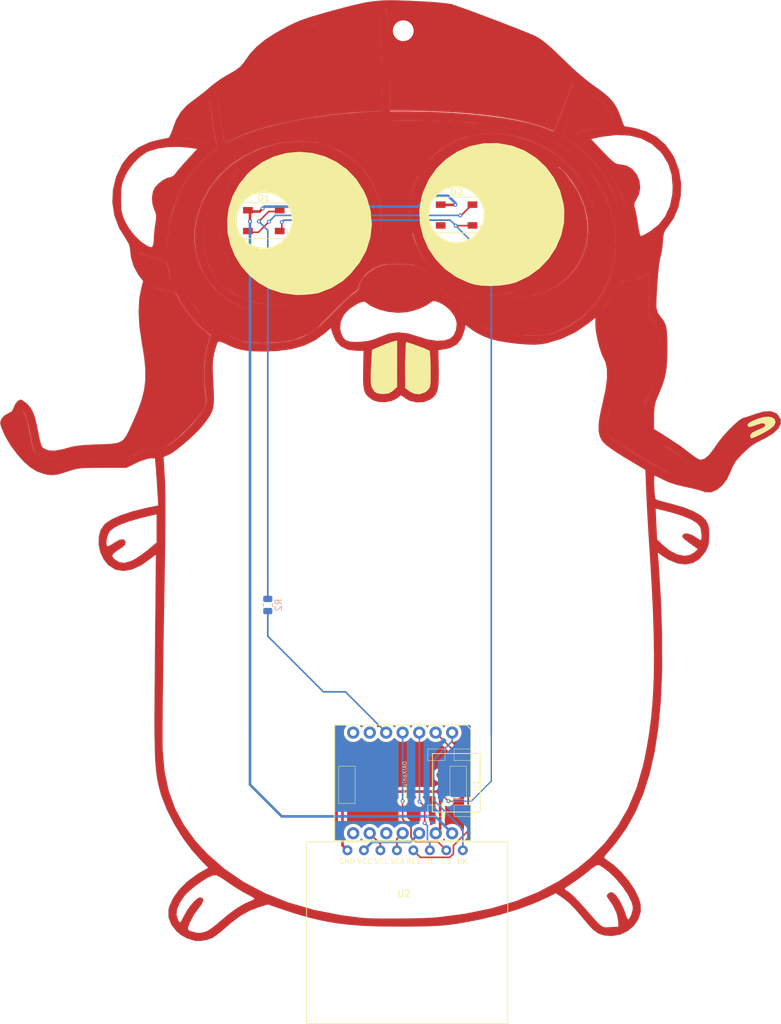
<source format=kicad_pcb>
(kicad_pcb (version 20171130) (host pcbnew "(5.1.2)-1")
  (layers (0 F.Cu signal) (31 B.Cu signal) (34 B.Paste user) (35 F.Paste user) (36 B.SilkS user) (37 F.SilkS user) (38 B.Mask user) (39 F.Mask user) (44 Edge.Cuts user))
  (net 0 "")
  (net 1 GND)
  (net 2 "Net-(D1-Pad2)")
  (net 3 "Net-(D1-Pad4)")
  (net 4 VCC)
  (net 5 /SDA)
  (net 6 /SCK)
  (net 7 /DC)
  (net 8 /CS)
  (net 9 /RES)
  (net 10 /3v3)
  (net 11 /PA8)
  (net 12 /BUK)
  (module nanbuwks:gopher_pilot (layer F.Cu) (at 116.0526 111.22152)
    (fp_text reference G*** hide)
    (fp_text value LOGO hide)
    (fp_poly (pts (xy -23.31 -46.145) (xy -23.43 -45.935) (xy -23.99 -45.23) (xy -24.68 -44.25) (xy -25.16 -43.21) (xy -25.58 -42.28) (xy -26.14 -40.11) (xy -26.31 -37.81) (xy -26.19 -36.02) (xy -25.64 -33.83) (xy -24.78 -31.89) (xy -24.08 -30.89) (xy -23.57 -30.13) (xy -22.84 -29.38) (xy -22.06 -28.59) (xy -20.26 -27.28) (xy -18.25 -26.33) (xy -15.96 -25.7) (xy -15.55 -25.63) (xy -15.02 -25.51) (xy -14.92 -25.47) (xy -14.88 -25.46) (xy -15.19 -25.43) (xy -15.91 -25.38) (xy -16.55 -25.33) (xy -16.96 -25.3) (xy -18.7 -25.4) (xy -20.52 -25.77) (xy -22.3 -26.34) (xy -23.88 -27.11) (xy -25.36 -28.07) (xy -26.43 -29.12) (xy -26.97 -29.87) (xy -27.94 -31.68) (xy -28.54 -33.63) (xy -28.78 -35.63) (xy -28.66 -37.68) (xy -28.16 -39.72) (xy -27.33 -41.64) (xy -26.15 -43.44) (xy -24.6 -45.09)) (layer F.Cu) (width 0.1))
    (fp_poly (pts (xy 25.88 -46.605) (xy 26.54 -46.135) (xy 27.3 -45.23) (xy 28.12 -44.08) (xy 28.72 -43.17) (xy 29.21 -42.23) (xy 29.85 -40.67) (xy 30.32 -38.6) (xy 30.44 -36.51) (xy 30.18 -34.6) (xy 29.56 -32.79) (xy 28.62 -31.15) (xy 27.35 -29.67) (xy 25.76 -28.42) (xy 23.85 -27.45) (xy 21.68 -26.84) (xy 20.54 -26.68) (xy 19 -26.59) (xy 17.82 -26.57125) (xy 16.5 -26.63875) (xy 15.01 -26.8525) (xy 16.25 -26.885) (xy 18.74 -27.29) (xy 20.98 -28.13) (xy 22.83 -29.22) (xy 23.76 -30.01) (xy 24.5 -30.64) (xy 24.88 -31.05) (xy 25.61 -32) (xy 26.3 -32.93) (xy 27.28 -34.87) (xy 27.86 -37.02) (xy 28.06 -39.29) (xy 28.04 -39.88) (xy 27.82 -41.87) (xy 27.27 -43.7) (xy 26.46 -45.35) (xy 25.94 -46.33)) (layer F.Cu) (width 0.1))
    (fp_poly (pts (xy 31.48 -39.93) (xy 32.52 -40.25) (xy 33.71 -40.53) (xy 33.81 -40.45) (xy 33.96 -39.87) (xy 34.25 -38.82) (xy 34.48 -37.93) (xy 34.67 -36.26) (xy 34.75 -35.54) (xy 34.65 -33.26) (xy 34.49 -32.21) (xy 33.84 -29.72) (xy 32.84 -27.45) (xy 31.55 -25.51) (xy 30.51 -24.42) (xy 29.85 -23.78) (xy 27.93 -22.42) (xy 26.25 -21.6) (xy 25.66 -21.3) (xy 24.75 -20.98) (xy 24.14 -20.84) (xy 23.47 -20.77) (xy 22.63 -20.74) (xy 21.84 -20.74) (xy 19.71 -20.77) (xy 17.85 -20.93) (xy 16.2 -21.29) (xy 14.95 -21.8) (xy 13.72 -22.51) (xy 12.54 -23.49) (xy 10.98 -25.08) (xy 9.84 -26.19) (xy 8.97 -26.92) (xy 8.37 -27.33) (xy 7.9 -27.61) (xy 7.44 -28.01) (xy 7.09 -29) (xy 6.66 -29.62) (xy 6.51 -29.85) (xy 6.91 -30.16) (xy 6.98 -30.17) (xy 7.22 -29.94) (xy 7.63 -29.51) (xy 8.21 -28.92) (xy 8.97 -28.35) (xy 10.05 -27.52) (xy 12.02 -26.42) (xy 14.1 -25.74) (xy 16.07 -25.27) (xy 16.74 -25.24) (xy 17.89 -25.24) (xy 19.23 -25.28) (xy 20.17 -25.32) (xy 21.33 -25.42) (xy 22.38 -25.58) (xy 23.34 -25.84) (xy 24.88 -26.41) (xy 26.97 -27.57) (xy 28.58 -28.89) (xy 29.92 -30.53) (xy 30.91 -32.46) (xy 31.57 -34.58) (xy 31.81 -36.76) (xy 31.71 -38.84) (xy 31.44 -39.92)) (layer F.Cu) (width 0.1))
    (fp_poly (pts (xy -11.605 -52.945) (xy -9.89 -53.17) (xy -7.43 -53.565) (xy -2.67 -53.775) (xy 2.31 -53.7) (xy 5.49 -53.7) (xy 8.9 -53.61) (xy 10.76 -53.54) (xy 14.05 -53.25) (xy 17.35 -52.81) (xy 20.22 -52.23) (xy 22.72 -51.52) (xy 24.94 -50.65) (xy 26.9 -49.59) (xy 28.55 -48.4) (xy 30.02 -46.99) (xy 31.03 -45.7) (xy 31.27 -45.4) (xy 32.74 -42.93) (xy 33.76 -40.54) (xy 31.46 -39.98) (xy 31.24 -40.91) (xy 30.85 -41.87) (xy 30.4 -42.98) (xy 30.15 -43.46) (xy 29.66 -44.24) (xy 29.02 -45.29) (xy 27.9 -46.57) (xy 27.35 -47.16) (xy 25.49 -48.7) (xy 23.3 -50) (xy 20.83 -51.02) (xy 18.29 -51.64) (xy 16.71 -51.84) (xy 14.47 -51.83) (xy 12.12 -51.42) (xy 10.15 -50.73) (xy 8.25 -49.68) (xy 6.74 -48.48) (xy 5.41 -46.98) (xy 4.24 -45.165) (xy 3.505 -43.3575) (xy 3.08 -41.38) (xy 2.975 -39.0975) (xy 3.425 -36.4425) (xy -1.4 -36.06) (xy -1.46 -36.37) (xy -1.24 -38.65) (xy -1.37 -40.37) (xy -1.9 -42.47) (xy -2.77 -44.42) (xy -4 -46.17) (xy -5.58 -47.72) (xy -7.51 -49.05) (xy -9.68 -50.01) (xy -11.075 -50.355)) (layer F.Cu) (width 0.1))
    (fp_poly (pts (xy -32.04 -28.4) (xy -32.71 -30.52) (xy -32.85 -31.39) (xy -32.915 -34.055) (xy -32.765 -36.865) (xy -32.42 -38.97) (xy -31.84 -40.76) (xy -30.86 -42.75) (xy -29.64 -44.73) (xy -28.3 -46.32) (xy -27.36 -47.2) (xy -26.89 -47.64) (xy -25.63 -48.5) (xy -23.82 -49.49) (xy -23.51 -49.67) (xy -21.11 -50.65) (xy -18.39 -51.53) (xy -15.4 -52.25) (xy -11.67 -52.96) (xy -11.06 -50.35) (xy -11.3 -50.42) (xy -12.91 -50.57) (xy -14.57 -50.6) (xy -16.26 -50.48) (xy -17.78 -50.21) (xy -19.98 -49.55) (xy -21.56 -48.81) (xy -22.35 -48.45) (xy -23.86 -47.47) (xy -24.46 -47.07) (xy -25.81 -45.83) (xy -26.33 -45.37) (xy -27.12 -44.34) (xy -27.83 -43.44) (xy -28.94 -41.41) (xy -29.49 -39.86) (xy -29.8 -38.93) (xy -30.12 -37.15) (xy -30.15 -34.92) (xy -29.77 -32.77) (xy -29.07 -30.84) (xy -28 -29.04) (xy -27.25 -28.13) (xy -26.6 -27.42) (xy -24.96 -26.1) (xy -23.02 -25.07) (xy -20.87 -24.42) (xy -20.4 -24.33) (xy -18.98 -24.18) (xy -17.49 -24.1) (xy -15.81 -24.11) (xy -14.33 -24.21) (xy -12.97 -24.39) (xy -11.54 -24.8) (xy -9.4 -25.75) (xy -7.59 -26.91) (xy -6.31 -28) (xy -5.77 -28.48) (xy -4.31 -30.19) (xy -3.4 -31.55) (xy -3.01 -32.18) (xy -2.09 -34.23) (xy -1.51 -36.3) (xy 3.39 -36.43) (xy 4.01 -34.65) (xy 5.15 -32.51) (xy 5.79 -31.66) (xy 6.58 -30.6) (xy 6.93 -30.23) (xy 6.48 -29.87) (xy 5.68 -30.62) (xy 4.68 -31.21) (xy 3.81 -31.56) (xy 3.18 -31.68) (xy 2.34 -31.73) (xy 0.92 -31.76) (xy -0.22 -31.71) (xy -0.8 -31.67) (xy -1.54 -31.49) (xy -2.2 -31.21) (xy -2.57 -31.02) (xy -3.38 -30.47) (xy -4 -29.88) (xy -4.57 -29.08) (xy -4.8 -28.44) (xy -4.87 -28.01) (xy -5.15 -27.63) (xy -5.9 -27.07) (xy -6.9 -26.18) (xy -7.96 -25.17) (xy -9.57 -23.53) (xy -9.985 -23.105) (xy -10.915 -22.215) (xy -11.555 -21.635) (xy -12.625 -20.925) (xy -13.84 -20.41) (xy -14.85 -20.04) (xy -15.79 -19.86) (xy -16.74 -19.73) (xy -18.14 -19.65) (xy -19.56 -19.59) (xy -21.26 -19.64) (xy -22.03 -19.71) (xy -22.8 -19.85) (xy -24.36 -20.45) (xy -26.345 -21.56) (xy -28.235 -23.04) (xy -29.69 -24.63) (xy -30.74 -26.05) (xy -31.03 -26.47) (xy -31.74 -27.82)) (layer F.Cu) (width 0.1))
    (fp_poly (pts (xy 33.1 -24.96) (xy 33.36 -25.51) (xy 33.94 -26.45) (xy 34.45 -27.38) (xy 34.64 -27.82) (xy 35.02 -28.56) (xy 35.3 -28.83) (xy 36.52 -28.99) (xy 38.27 -29.47) (xy 39.01 -29.81) (xy 39.61 -30.09) (xy 39.91 -30.2) (xy 39.92 -29.39) (xy 39.9 -28.09) (xy 39.81 -25.74) (xy 39.72 -23.95) (xy 40.54 -22.9) (xy 41.04 -22.18) (xy 41.26 -21.64) (xy 41.42 -20.93) (xy 41.58 -18.75) (xy 41.49 -16.72) (xy 41.1 -14.77) (xy 40.46 -12.84) (xy 39.39 -10.56) (xy 38.92 -9.46) (xy 38.59 -8.37) (xy 38.56 -7.39) (xy 38.87 -6.48) (xy 39.55 -5.64) (xy 40.57 -4.82) (xy 41.02 -4.55) (xy 42.27 -3.75) (xy 42.88 -3.32) (xy 43.51 -2.9) (xy 44.42 -2.25) (xy 45.95 -1.1) (xy 46.93 -0.49) (xy 47.47 -0.28) (xy 47.74 -0.26) (xy 48.7 -0.4) (xy 49.65 -0.99) (xy 50.14 -1.52) (xy 50.58 -2.02) (xy 50.84 -2.38) (xy 51.42 -3.16) (xy 51.99 -3.89) (xy 52.46 -4.48) (xy 52.89 -5) (xy 53.1 -5.26) (xy 53.4 -5.59) (xy 53.48 -5.67) (xy 53.74 -5.88) (xy 53.87 -5.8) (xy 54.07 -5.46) (xy 54.28 -4.98) (xy 54.4 -4.52) (xy 54.38 -4.3) (xy 53.97 -3.99) (xy 53.59 -3.69) (xy 53.13 -3.34) (xy 52.09 -1.99) (xy 51.92 -1.64) (xy 51.53 -0.82) (xy 51.29 -0.25) (xy 51.22 -0.08) (xy 50.75 0.85) (xy 50.18 1.56) (xy 49.57 2) (xy 49.01 2.15) (xy 48.43 1.98) (xy 48.3 1.91) (xy 47.82 1.77) (xy 46.64 1.5) (xy 45.81 1.34) (xy 44.87 1.11) (xy 44.06 0.87) (xy 43.16 0.53) (xy 41.42 -0.41) (xy 39.41 -1.56) (xy 36.49 -3.34) (xy 35.09 -4.21) (xy 34.09 -4.95) (xy 33.67 -5.46) (xy 33.47 -6.01) (xy 33.4 -6.66) (xy 33.49 -7.53) (xy 33.73 -8.71) (xy 34.12 -10.38) (xy 34.28 -11.07) (xy 34.52 -12.29) (xy 34.62 -12.81) (xy 34.78 -14.24) (xy 34.73 -15.5) (xy 34.51 -16.66) (xy 34.03 -17.94) (xy 33.7 -18.78) (xy 33.54 -19.17) (xy 33.2 -20.37) (xy 33.01 -21.68) (xy 32.96 -23.22) (xy 32.99 -24.43) (xy 33.08 -24.9)) (layer F.Cu) (width 0.1))
    (fp_poly (pts (xy -36.88 -28.11) (xy -36.64 -28.09) (xy -36.17 -27.95) (xy -35.32 -27.74) (xy -33.07 -27.29) (xy -32.69 -26.5) (xy -32.17 -25.56) (xy -31.36 -24.38) (xy -30.48 -23.28) (xy -29.51 -22.19) (xy -28.62 -21.41) (xy -27.7 -20.68) (xy -27.94 -19.92) (xy -28.25 -18.86) (xy -28.51 -17.34) (xy -28.65 -15.66) (xy -28.65 -13.83) (xy -28.51 -11.95) (xy -28.45 -11.65) (xy -28.41 -11.26) (xy -28.38 -10.69) (xy -28.42 -10.21) (xy -28.57 -9.78) (xy -28.85 -9.23) (xy -29.14 -8.77) (xy -29.82 -7.86) (xy -30.71 -6.88) (xy -31.26 -6.3) (xy -32.66 -5.01) (xy -33.4 -4.39) (xy -34.22 -3.82) (xy -34.78 -3.55) (xy -35.54 -3.37) (xy -36.98 -3.12) (xy -37.28 -3.05) (xy -38.27 -2.79) (xy -38.59 -2.7) (xy -39.6 -2.31) (xy -40.06 -2.07) (xy -40.49 -1.91) (xy -40.96 -1.79) (xy -41.53 -1.72) (xy -42.35 -1.68) (xy -43.22 -1.66) (xy -44.48 -1.65) (xy -45.99 -1.63) (xy -47.41 -1.58) (xy -48.28 -1.49) (xy -48.82 -1.38) (xy -49.29 -1.25) (xy -49.8 -1.09) (xy -50.49 -0.85) (xy -51.39 -0.6) (xy -52.1 -0.5) (xy -52.76 -0.56) (xy -53.5 -0.79) (xy -54.6 -1.36) (xy -55.68 -2.28) (xy -56.58 -3.38) (xy -56.82 -3.67) (xy -57.41 -4.57) (xy -58.2 -5.92) (xy -58.65 -6.8) (xy -58.78 -7.17) (xy -58.55 -7.34) (xy -57.95 -7.62) (xy -57.4 -8.02) (xy -57.04 -8.48) (xy -56.83 -8.85) (xy -56.67 -9.01) (xy -56.52 -8.91) (xy -56.27 -8.44) (xy -55.99 -7.67) (xy -55.75 -6.72) (xy -55.52 -5.52) (xy -55.23 -4.09) (xy -55.14 -3.74) (xy -55.07 -3.42) (xy -54.92 -2.97) (xy -54.63 -2.56) (xy -53.91 -2.07) (xy -52.93 -1.77) (xy -51.86 -1.66) (xy -50.68 -1.75) (xy -49.59 -2.06) (xy -48.88 -2.26) (xy -47.96 -2.4) (xy -46.7 -2.53) (xy -45.2 -2.6) (xy -43.71 -2.68) (xy -42.36 -2.78) (xy -41.4 -2.95) (xy -40.77 -3.2) (xy -40.26 -3.58) (xy -39.83 -4.14) (xy -39.43 -4.85) (xy -39.12 -5.49) (xy -38.77 -6.19) (xy -38.48 -6.81) (xy -38.03 -7.78) (xy -37.65 -8.7) (xy -37.43 -9.19) (xy -37.21 -9.85) (xy -37.01 -10.42) (xy -36.73 -11.51) (xy -36.55 -12.67) (xy -36.46 -13.91) (xy -36.44 -15.15) (xy -36.45 -15.65) (xy -36.52 -16.69) (xy -36.65 -17.69) (xy -36.9 -19.19) (xy -37.1 -20.45) (xy -37.24 -21.28) (xy -37.43 -23.54) (xy -37.43 -25.52) (xy -37.21 -27.15) (xy -37.01 -27.86)) (layer F.Cu) (width 0.1))
    (fp_poly (pts (xy 36.77 -34.08) (xy 37.88 -34.34) (xy 38.69 -34.61) (xy 38.86 -34.66) (xy 39.13 -34.77) (xy 39.52 -34.92) (xy 39.7 -34.99) (xy 40.11 -35.17) (xy 40.49 -35.34) (xy 40.9 -35.52) (xy 40.75 -34.57) (xy 40.69 -34.26) (xy 40.3 -32.96) (xy 39.66 -31.98) (xy 38.74 -31.26) (xy 37.42 -30.7) (xy 36.65 -30.47) (xy 36.04 -30.32) (xy 35.69 -30.32) (xy 35.58 -30.44) (xy 35.61 -30.76) (xy 35.72 -31.29) (xy 35.84 -32.03) (xy 35.9 -32.43) (xy 36.01 -33.14) (xy 36.16 -33.64) (xy 36.39 -33.93) (xy 36.38 -33.93)) (layer F.Cu) (width 0.1))
    (fp_poly (pts (xy -38.72 -33.39) (xy -38.2 -33.27) (xy -36.94 -32.81) (xy -35.7 -32.4) (xy -34.4 -32.07) (xy -34.1 -30.44) (xy -33.87 -29.15) (xy -33.85 -29.09) (xy -33.89 -29.03) (xy -34.13 -28.96) (xy -34.66 -29.01) (xy -35.36 -29.19) (xy -36.1 -29.49) (xy -37.06 -30.11) (xy -37.97 -31.14) (xy -38.5 -32.37)) (layer F.Cu) (width 0.1))
    (fp_poly (pts (xy -27.895 -56.88) (xy -27.7425 -56.19) (xy -27.44 -53.95) (xy -27.16 -52.18) (xy -26.91 -50.86) (xy -26.6 -49.57) (xy -27.25 -49.11) (xy -27.91 -48.57) (xy -28.59 -47.91) (xy -28.8 -47.71) (xy -29.16 -47.31) (xy -29.57 -46.87) (xy -30.3 -46.01) (xy -30.69 -45.54) (xy -31.22 -44.85) (xy -31.94 -43.8) (xy -32.7 -42.23) (xy -33.13 -41.03) (xy -33.39 -40.38) (xy -33.84 -38.59) (xy -33.95 -38.12) (xy -33.99 -37.77) (xy -34.2 -36.43) (xy -34.28 -35.85) (xy -34.41 -34.44) (xy -34.42 -34.29) (xy -34.48 -33.67) (xy -34.66 -33.6) (xy -34.96 -33.65) (xy -35.19 -33.81) (xy -35.21 -33.87) (xy -35.22 -34.34) (xy -35.17 -35.18) (xy -35.09 -36) (xy -34.99 -36.82) (xy -34.95 -37.1) (xy -34.83 -37.91) (xy -34.67 -38.75) (xy -34.52 -39.32) (xy -34.1 -40.56) (xy -33.64 -41.86) (xy -33.42 -42.28) (xy -33.16 -42.76) (xy -32.69 -43.65) (xy -32.39 -44.22) (xy -31.66 -45.2) (xy -30.82 -46.33) (xy -29.66 -47.48) (xy -28.92 -48.21) (xy -28.34 -48.73) (xy -27.72 -49.41) (xy -27.56 -49.73) (xy -27.57 -49.79) (xy -27.85 -50.13) (xy -28.55 -50.47) (xy -29.6 -50.78) (xy -31.23 -51.13) (xy -31.8 -51.24) (xy -32.33 -51.41) (xy -32.5 -51.51) (xy -32.47 -51.7) (xy -32.29 -52.2) (xy -31.95 -52.97) (xy -31.23 -54.32) (xy -30.93 -54.75) (xy -30.78 -54.92) (xy -30.32 -55.29) (xy -29.63 -55.8) (xy -28.94 -56.28) (xy -28.18 -56.75)) (layer F.Cu) (width 0.1))
    (fp_poly (pts (xy 26.685 -51.72) (xy 26.855 -52.46) (xy 27.5 -54.25) (xy 27.82 -55.11) (xy 28.07 -55.75) (xy 28.33 -56.43) (xy 28.61 -57.14) (xy 28.72 -57.42) (xy 28.94 -57.96) (xy 29.15 -58.46) (xy 29.4 -58.92) (xy 29.75 -58.69) (xy 30.45 -58.22) (xy 31.11 -57.77) (xy 32.03 -57.08) (xy 32.39 -56.81) (xy 33.2 -56.01) (xy 33.8 -55.14) (xy 34.18 -54.27) (xy 34.31 -53.91) (xy 34.58 -53.14) (xy 33.85 -53.01) (xy 33.03 -52.86) (xy 31.96 -52.66) (xy 31.2 -52.52) (xy 29.94 -52.24) (xy 29.11 -51.96) (xy 28.6 -51.71) (xy 28.43 -51.42) (xy 28.59 -51.04) (xy 29.13 -50.49) (xy 29.47 -50.23) (xy 30.26 -49.59) (xy 30.96 -49) (xy 32.49 -47.44) (xy 32.81 -47.1) (xy 33.28 -46.43) (xy 34.28 -45.02) (xy 34.39 -44.87) (xy 34.96 -43.69) (xy 35.62 -42.32) (xy 36 -41.29) (xy 36.36 -40.09) (xy 36.68 -38.82) (xy 36.85 -38.13) (xy 36.92 -37.72) (xy 37.03 -37.07) (xy 37.13 -36.32) (xy 37.14 -35.76) (xy 37.03 -35.57) (xy 36.93 -35.56) (xy 36.56 -35.46) (xy 36.45 -35.43) (xy 36.29 -35.54) (xy 36.18 -35.95) (xy 36.01 -37.1) (xy 35.77 -38.6) (xy 35.63 -39.09) (xy 35.21 -40.53) (xy 35.01 -41.27) (xy 33.9 -43.82) (xy 32.98 -45.29) (xy 32.39 -46.25) (xy 31.55 -47.26) (xy 30.77 -48.19) (xy 28.91 -49.87) (xy 27.76 -50.74) (xy 27.01 -51.27) (xy 26.69 -51.52)) (layer F.Cu) (width 0.1))
    (fp_poly (pts (xy -0.62 -71.19) (xy 4.815 -70.97) (xy 7.265 -70.75) (xy 9.295 -70.375) (xy 12.625 -69.285) (xy 18.48 -67.03) (xy 20.56 -66.17) (xy 22.25 -65.375) (xy 23.43 -64.525) (xy 24.17 -63.8) (xy 26.11 -61.88) (xy 27.51 -60.46) (xy 28.18 -59.77) (xy 27.93 -59.13) (xy 27.44 -57.86) (xy 26.88 -56.42) (xy 26.4 -55.17) (xy 25.99 -54.13) (xy 25.78 -53.6) (xy 25.47 -52.85) (xy 25.18 -52.24) (xy 24.54 -52.48) (xy 23.34 -52.95) (xy 21.53 -53.48) (xy 19.49 -53.94) (xy 17.08 -54.36) (xy 14.49 -54.7) (xy 11.49 -54.99) (xy 8.97 -55.16) (xy 5.26 -55.31) (xy 2.57 -55.35) (xy 0.04 -55.35) (xy 0.04 -57.06) (xy 0.03 -59.51) (xy 0.01 -62.4) (xy -0.01 -64.23) (xy -0.06 -65.35) (xy -0.13 -66.96) (xy -0.32 -69.1) (xy -0.59 -71)) (layer F.Cu) (width 0.1))
    (fp_poly (pts (xy -26.38 -57.8) (xy -26.19 -58.43) (xy -25.78 -58.88) (xy -25.1 -59.33) (xy -24.12 -59.85) (xy -23.55 -60.16) (xy -22.85 -60.56) (xy -22.32 -61.01) (xy -21.76 -61.61) (xy -20.91 -62.7) (xy -20.13 -63.72) (xy -19.43 -64.47) (xy -18.81 -65.03) (xy -18 -65.58) (xy -16.97 -66.18) (xy -15.66 -66.88) (xy -14.15 -67.64) (xy -13.19 -68.03) (xy -10.29 -68.97) (xy -7.49 -69.71) (xy -5.66 -70.2) (xy -3.2 -70.78) (xy -2.33 -70.89) (xy -2.05 -70.8) (xy -1.91 -70.53) (xy -1.65 -69.12) (xy -1.54 -67.64) (xy -1.45 -65.2) (xy -1.38 -62.68) (xy -1.32 -60.47) (xy -1.29 -59.42) (xy -1.27 -57.64) (xy -1.23 -55.33) (xy -2.03 -55.28) (xy -3.55 -55.2) (xy -6.11 -55.04) (xy -9.46 -54.68) (xy -11.51 -54.39) (xy -12.6 -54.21) (xy -14.68 -53.83) (xy -15.26 -53.72) (xy -17.49 -53.23) (xy -18.04 -53.11) (xy -20.4 -52.44) (xy -22.33 -51.77) (xy -23.74 -51.15) (xy -24.26 -50.9) (xy -24.95 -50.56) (xy -25.23 -50.46) (xy -25.41 -50.5) (xy -25.49 -50.7) (xy -25.79 -52.18) (xy -25.96 -53.21) (xy -26.27 -55.45) (xy -26.42 -57.23) (xy -26.4 -57.52)) (layer F.Cu) (width 0.1))
    (fp_poly (pts (xy 1.281209 -72.290927) (xy 2.854604 -72.238959) (xy 3.444068 -72.215786) (xy 4.988281 -72.142091) (xy 6.43129 -72.051127) (xy 7.695184 -71.949344) (xy 8.702055 -71.843195) (xy 9.373993 -71.739133) (xy 9.471186 -71.716633) (xy 9.975498 -71.560278) (xy 10.811174 -71.271211) (xy 11.910606 -70.875173) (xy 13.206187 -70.397908) (xy 14.630309 -69.865157) (xy 16.115366 -69.302661) (xy 17.593749 -68.736164) (xy 18.997852 -68.191406) (xy 20.260067 -67.694129) (xy 21.312787 -67.270077) (xy 22.088404 -66.94499) (xy 22.494068 -66.75809) (xy 23.112957 -66.389985) (xy 23.810441 -65.87927) (xy 24.636666 -65.183114) (xy 25.64178 -64.258687) (xy 26.875929 -63.063156) (xy 27.229661 -62.713392) (xy 28.23859 -61.755158) (xy 29.328008 -60.791142) (xy 30.379342 -59.922162) (xy 31.274017 -59.249035) (xy 31.427118 -59.144515) (xy 32.7427 -58.213336) (xy 33.733523 -57.367955) (xy 34.472683 -56.525412) (xy 35.033277 -55.602747) (xy 35.477435 -54.54759) (xy 36.060463 -52.9269) (xy 37.568406 -52.666192) (xy 39.465768 -52.136988) (xy 41.110533 -51.254053) (xy 42.489956 -50.026992) (xy 43.591294 -48.465412) (xy 43.875539 -47.912187) (xy 44.538014 -46.073005) (xy 44.84469 -44.158536) (xy 44.803229 -42.245402) (xy 44.421294 -40.410227) (xy 43.706546 -38.729632) (xy 42.830932 -37.465689) (xy 42.43155 -36.947589) (xy 42.204636 -36.459466) (xy 42.092151 -35.830222) (xy 42.047682 -35.156638) (xy 41.962917 -34.228032) (xy 41.813797 -33.334076) (xy 41.673351 -32.799131) (xy 41.561417 -32.287669) (xy 41.44318 -31.431371) (xy 41.326592 -30.326897) (xy 41.219605 -29.070906) (xy 41.130171 -27.760061) (xy 41.066242 -26.49102) (xy 41.035768 -25.360444) (xy 41.034415 -25.03233) (xy 41.246266 -24.22517) (xy 41.717782 -23.53741) (xy 42.085837 -23.072905) (xy 42.352351 -22.616606) (xy 42.533469 -22.087091) (xy 42.645334 -21.402939) (xy 42.70409 -20.482727) (xy 42.725883 -19.245033) (xy 42.727966 -18.442609) (xy 42.697789 -16.81457) (xy 42.586614 -15.478711) (xy 42.363478 -14.288463) (xy 41.997416 -13.097259) (xy 41.457464 -11.758534) (xy 41.188129 -11.153913) (xy 40.914928 -10.443101) (xy 40.759081 -9.705577) (xy 40.693089 -8.77786) (xy 40.685153 -8.163624) (xy 40.683051 -6.277682) (xy 41.920762 -5.534777) (xy 44.723757 -3.697675) (xy 46.387288 -2.426645) (xy 47.009146 -1.965881) (xy 47.548362 -1.647421) (xy 47.847827 -1.5472) (xy 48.478278 -1.731533) (xy 49.160165 -2.301111) (xy 49.915181 -3.275479) (xy 50.130127 -3.603794) (xy 50.721089 -4.438033) (xy 51.450859 -5.328182) (xy 52.245891 -6.199329) (xy 52.997167 -6.941522) (xy 55.105084 -6.941522) (xy 55.188512 -6.69864) (xy 55.482841 -6.651733) (xy 56.054145 -6.80306) (xy 56.560845 -6.991313) (xy 57.208839 -7.201304) (xy 57.593705 -7.198706) (xy 57.741177 -7.101748) (xy 57.872178 -6.858676) (xy 57.723758 -6.623944) (xy 57.2476 -6.355536) (xy 56.558051 -6.072949) (xy 55.869093 -5.743194) (xy 55.56204 -5.413144) (xy 55.535593 -5.270863) (xy 55.549834 -5.025341) (xy 55.64053 -4.910067) (xy 55.879638 -4.939454) (xy 56.339119 -5.127915) (xy 57.090931 -5.489863) (xy 57.407111 -5.645721) (xy 58.485869 -6.258651) (xy 59.140928 -6.825447) (xy 59.376225 -7.350917) (xy 59.200205 -7.834329) (xy 58.806063 -8.069478) (xy 58.230187 -8.172016) (xy 58.207989 -8.172174) (xy 57.576247 -8.096357) (xy 56.837043 -7.900069) (xy 56.108233 -7.630052) (xy 55.507672 -7.33305) (xy 55.153217 -7.055807) (xy 55.105084 -6.941522) (xy 52.997167 -6.941522) (xy 53.032636 -6.976562) (xy 53.737548 -7.58497) (xy 54.287078 -7.949641) (xy 54.459322 -8.013291) (xy 54.954631 -8.151162) (xy 55.669904 -8.388283) (xy 56.229792 -8.591201) (xy 57.571321 -8.979811) (xy 58.645718 -9.030868) (xy 59.463822 -8.744131) (xy 59.742835 -8.513518) (xy 60.18653 -7.82008) (xy 60.210241 -7.096529) (xy 59.822305 -6.357241) (xy 59.031058 -5.616588) (xy 57.844837 -4.888945) (xy 57.55686 -4.744261) (xy 56.730184 -4.334955) (xy 56.126201 -4.002013) (xy 55.623297 -3.658455) (xy 55.099853 -3.217302) (xy 54.434255 -2.591573) (xy 54.110874 -2.27969) (xy 53.32277 -1.40376) (xy 52.780517 -0.479827) (xy 52.509006 0.200642) (xy 51.945202 1.403736) (xy 51.215481 2.374791) (xy 50.380041 3.069403) (xy 49.499077 3.443165) (xy 48.632789 3.451672) (xy 48.270128 3.327487) (xy 47.805716 3.167229) (xy 47.042873 2.9636) (xy 46.107358 2.748635) (xy 45.544796 2.633261) (xy 44.17702 2.306262) (xy 42.948398 1.901023) (xy 42.163359 1.549625) (xy 41.50407 1.208136) (xy 41.002363 0.967873) (xy 40.776703 0.883478) (xy 40.720092 1.082596) (xy 40.698287 1.596739) (xy 40.706243 2.301086) (xy 40.738915 3.070821) (xy 40.791258 3.781124) (xy 40.858229 4.307176) (xy 40.923549 4.516918) (xy 41.175768 4.621962) (xy 41.753085 4.799179) (xy 42.561216 5.020974) (xy 43.231142 5.192301) (xy 45.13883 5.739359) (xy 46.682164 6.338957) (xy 47.840261 6.981244) (xy 48.592236 7.656373) (xy 48.665428 7.755124) (xy 48.956194 8.254877) (xy 49.115623 8.799136) (xy 49.178948 9.544493) (xy 49.185593 10.066886) (xy 49.158883 10.97717) (xy 49.048155 11.634176) (xy 48.807509 12.22463) (xy 48.53983 12.693974) (xy 47.707209 13.709458) (xy 46.698229 14.334935) (xy 45.542992 14.568027) (xy 44.271602 14.406352) (xy 42.914161 13.847531) (xy 41.926261 13.216873) (xy 41.263455 12.732602) (xy 41.402135 14.593692) (xy 41.738975 20.106727) (xy 41.914126 25.401026) (xy 41.924906 30.389367) (xy 41.91142 31.142609) (xy 41.72338 35.594596) (xy 41.348143 39.668681) (xy 40.778871 43.388066) (xy 40.008727 46.775954) (xy 39.030872 49.855548) (xy 37.838469 52.65005) (xy 36.42468 55.182662) (xy 34.782666 57.476588) (xy 33.818945 58.601967) (xy 33.302299 59.185767) (xy 33.049541 59.540654) (xy 33.023008 59.752982) (xy 33.185034 59.909107) (xy 33.235227 59.940268) (xy 34.502717 60.856414) (xy 35.718507 62.011913) (xy 36.811895 63.315196) (xy 37.712179 64.674691) (xy 38.348657 65.99883) (xy 38.607511 66.898169) (xy 38.62339 68.077062) (xy 38.266372 69.191707) (xy 37.594057 70.180334) (xy 36.664049 70.981173) (xy 35.533952 71.532456) (xy 34.261368 71.772412) (xy 34.057069 71.777758) (xy 32.970819 71.689519) (xy 32.073671 71.372944) (xy 31.246455 70.765865) (xy 30.438899 69.89026) (xy 29.433997 68.685958) (xy 28.634867 67.767245) (xy 27.981695 67.072049) (xy 27.414669 66.538295) (xy 26.873977 66.103908) (xy 26.605571 65.912012) (xy 25.550973 65.182503) (xy 24.560656 65.692212) (xy 22.339914 66.7056) (xy 19.775894 67.648682) (xy 16.953598 68.496056) (xy 13.958027 69.222322) (xy 10.874182 69.802078) (xy 10.731624 69.824801) (xy 9.706864 69.977237) (xy 8.741597 70.095704) (xy 7.757699 70.184482) (xy 6.677045 70.247851) (xy 5.421511 70.29009) (xy 3.912973 70.31548) (xy 2.073307 70.3283) (xy 1.506779 70.330169) (xy -1.391819 70.309092) (xy -3.945691 70.221215) (xy -6.237237 70.055006) (xy -8.348856 69.798933) (xy -10.362948 69.441464) (xy -12.361913 68.971066) (xy -14.42815 68.376207) (xy -15.927094 67.890207) (xy -18.831307 66.912924) (xy -20.232179 67.356407) (xy -21.653202 67.905857) (xy -22.991125 68.650955) (xy -24.360403 69.662105) (xy -25.292373 70.468968) (xy -26.036601 71.110666) (xy -26.73954 71.659969) (xy -27.288088 72.030544) (xy -27.444916 72.111987) (xy -28.298271 72.387609) (xy -29.197294 72.537985) (xy -29.940837 72.531729) (xy -30.027966 72.515012) (xy -31.204175 72.162359) (xy -32.132321 71.666457) (xy -32.834614 71.088528) (xy -33.673396 70.051095) (xy -34.104251 68.925434) (xy -34.108764 68.529843) (xy -32.8903 68.529843) (xy -32.651923 69.293988) (xy -32.627741 69.339792) (xy -32.457453 69.624845) (xy -32.316145 69.675438) (xy -32.133743 69.44149) (xy -31.840175 68.872919) (xy -31.766809 68.724471) (xy -31.264503 67.841147) (xy -30.683616 67.024004) (xy -30.097886 66.358933) (xy -29.581054 65.931826) (xy -29.272559 65.81913) (xy -28.8573 65.954562) (xy -28.764508 66.325121) (xy -28.990833 66.877205) (xy -29.370155 67.380617) (xy -30.185553 68.487247) (xy -30.836991 69.715963) (xy -31.088216 70.392775) (xy -31.124384 70.7452) (xy -30.893334 70.96022) (xy -30.523887 71.090681) (xy -29.785628 71.275291) (xy -29.215166 71.299776) (xy -28.58064 71.168224) (xy -28.438851 71.127443) (xy -27.944146 70.882453) (xy -27.263116 70.41749) (xy -26.519166 69.819389) (xy -26.28773 69.613841) (xy -24.953563 68.482787) (xy -23.637908 67.525602) (xy -22.432861 66.805236) (xy -21.686865 66.469082) (xy -21.17786 66.250565) (xy -20.898184 66.069726) (xy -20.879661 66.033385) (xy -21.058147 65.872616) (xy -21.519681 65.600699) (xy -21.993654 65.359929) (xy -22.671624 64.993284) (xy -23.554116 64.459273) (xy -24.495573 63.84763) (xy -24.931352 63.548846) (xy -25.76557 62.974073) (xy -26.338553 62.617634) (xy -26.740358 62.442515) (xy -27.061046 62.411703) (xy -27.390674 62.488182) (xy -27.457839 62.510463) (xy -28.134091 62.832513) (xy -28.995101 63.369988) (xy -29.91646 64.030911) (xy -30.773756 64.723305) (xy -31.44258 65.355192) (xy -31.672286 65.62622) (xy -32.416169 66.756927) (xy -32.816945 67.704479) (xy -32.8903 68.529843) (xy -34.108764 68.529843) (xy -34.117756 67.741684) (xy -34.017808 67.304278) (xy -33.423361 65.953042) (xy -32.458717 64.614656) (xy -31.181305 63.353013) (xy -29.648552 62.232001) (xy -29.234104 61.982311) (xy -27.991852 61.26398) (xy -28.979632 60.283729) (xy -30.525188 58.563879) (xy -31.984379 56.587306) (xy -33.294545 54.460763) (xy -34.39303 52.291009) (xy -35.217175 50.184798) (xy -35.518164 49.143478) (xy -35.678939 48.463313) (xy -35.817744 47.784213) (xy -35.935724 47.071121) (xy -36.03403 46.288977) (xy -36.113807 45.402723) (xy -36.176203 44.377301) (xy -36.222366 43.177652) (xy -36.253444 41.768718) (xy -36.266879 40.472753) (xy -35.034907 40.472753) (xy -35.033327 41.839865) (xy -35.023398 42.839371) (xy -35.01153 43.290435) (xy -34.715059 46.487642) (xy -34.081601 49.428504) (xy -33.094213 52.152128) (xy -31.73595 54.69762) (xy -29.989871 57.104088) (xy -28.165209 59.092216) (xy -25.4949 61.431026) (xy -22.510844 63.467657) (xy -19.213481 65.201926) (xy -15.60325 66.633651) (xy -11.680593 67.762648) (xy -7.445948 68.588737) (xy -4.305085 68.985788) (xy -3.510764 69.037076) (xy -2.378806 69.07187) (xy -1.001758 69.0908) (xy 0.527831 69.094492) (xy 2.117413 69.083574) (xy 3.674442 69.058675) (xy 5.106368 69.020421) (xy 6.320644 68.969441) (xy 7.211017 68.90767) (xy 11.592195 68.344556) (xy 15.64377 67.512587) (xy 19.382489 66.405268) (xy 22.825099 65.016105) (xy 23.795468 64.501509) (xy 26.912884 64.501509) (xy 27.074164 64.681024) (xy 27.476785 64.964409) (xy 27.541071 65.004) (xy 27.948379 65.327519) (xy 28.545666 65.896436) (xy 29.242212 66.621219) (xy 29.747426 67.181517) (xy 30.723497 68.296834) (xy 31.458898 69.128784) (xy 32.005957 69.717651) (xy 32.417003 70.103717) (xy 32.744364 70.327264) (xy 33.040368 70.428575) (xy 33.357343 70.447933) (xy 33.747617 70.42562) (xy 33.945885 70.413517) (xy 35.194068 70.346956) (xy 35.155412 69.429949) (xy 34.930637 68.32696) (xy 34.373848 67.125238) (xy 33.750212 66.203245) (xy 33.451904 65.77254) (xy 33.420909 65.502299) (xy 33.618395 65.242988) (xy 33.984544 65.013895) (xy 34.408811 65.139022) (xy 34.842202 65.539139) (xy 35.329705 66.236909) (xy 35.798504 67.107881) (xy 36.175782 68.027607) (xy 36.265284 68.311873) (xy 36.466879 68.875591) (xy 36.661298 69.206314) (xy 36.724606 69.242609) (xy 36.90455 69.053671) (xy 37.132839 68.577809) (xy 37.223841 68.329243) (xy 37.399103 67.698229) (xy 37.398078 67.193206) (xy 37.213705 66.571788) (xy 37.169159 66.451851) (xy 36.600366 65.315298) (xy 35.753955 64.089909) (xy 34.732578 62.893936) (xy 33.638891 61.845626) (xy 32.575546 61.063228) (xy 32.406934 60.966134) (xy 32.130882 60.857108) (xy 31.845815 60.890403) (xy 31.459939 61.108821) (xy 30.881463 61.555162) (xy 30.540064 61.836617) (xy 29.707607 62.497837) (xy 28.822452 63.152584) (xy 28.070417 63.663621) (xy 28.042969 63.68086) (xy 27.451173 64.067973) (xy 27.041678 64.368615) (xy 26.912884 64.501509) (xy 23.795468 64.501509) (xy 25.988349 63.338604) (xy 28.888987 61.366271) (xy 30.840646 59.745217) (xy 33.135188 57.414432) (xy 35.082055 54.860514) (xy 36.694643 52.059314) (xy 37.986347 48.986679) (xy 38.97056 45.61846) (xy 39.170412 44.726087) (xy 39.587807 42.598247) (xy 39.936252 40.467506) (xy 40.216678 38.293182) (xy 40.430018 36.034591) (xy 40.577201 33.651051) (xy 40.65916 31.101877) (xy 40.676824 28.346388) (xy 40.631127 25.3439) (xy 40.522997 22.053729) (xy 40.353367 18.435194) (xy 40.123169 14.447611) (xy 39.931216 11.485217) (xy 39.823681 9.80781) (xy 39.716051 7.992216) (xy 39.61679 6.190858) (xy 39.605213 5.961246) (xy 40.922317 5.961246) (xy 41.149955 10.712174) (xy 42.046587 11.571244) (xy 43.15865 12.460803) (xy 44.265755 13.020664) (xy 45.311619 13.237222) (xy 46.239961 13.096874) (xy 46.845915 12.731208) (xy 47.436176 12.210242) (xy 46.481223 11.520322) (xy 45.737887 10.973617) (xy 45.289752 10.609164) (xy 45.073924 10.364011) (xy 45.027512 10.175206) (xy 45.047288 10.085031) (xy 45.332535 9.811167) (xy 45.86019 9.790333) (xy 46.526234 10.013301) (xy 46.938004 10.252761) (xy 47.457059 10.590306) (xy 47.813675 10.794675) (xy 47.889452 10.822609) (xy 47.985328 10.632019) (xy 48.002561 10.162391) (xy 47.951274 9.566932) (xy 47.841585 8.998851) (xy 47.751474 8.733807) (xy 47.315967 8.218671) (xy 46.475881 7.692687) (xy 45.256633 7.166597) (xy 43.683637 6.651142) (xy 41.78231 6.157064) (xy 41.50226 6.092677) (xy 40.922317 5.961246) (xy 39.605213 5.961246) (xy 39.534363 4.556155) (xy 39.486389 3.474749) (xy 39.345839 -0.007893) (xy 37.808089 -0.914462) (xy 36.195094 -1.879912) (xy 34.929063 -2.672439) (xy 33.972551 -3.317992) (xy 33.288109 -3.842522) (xy 32.838292 -4.271979) (xy 32.686489 -4.463726) (xy 32.325794 -5.159401) (xy 32.144291 -5.99193) (xy 32.142495 -7.025445) (xy 32.320921 -8.324081) (xy 32.680084 -9.951971) (xy 32.732192 -10.16) (xy 33.197354 -12.274037) (xy 33.430965 -14.032703) (xy 33.433631 -15.452633) (xy 33.205958 -16.550461) (xy 32.982207 -17.023939) (xy 32.618675 -17.806223) (xy 32.26418 -18.874803) (xy 31.957572 -20.075298) (xy 31.737698 -21.253323) (xy 31.643409 -22.254496) (xy 31.642373 -22.348293) (xy 31.642373 -23.151509) (xy 32.93916 -23.151509) (xy 32.993495 -21.650487) (xy 33.174851 -20.38342) (xy 33.525223 -19.151317) (xy 34.070077 -17.792741) (xy 34.486221 -16.652278) (xy 34.713243 -15.49779) (xy 34.750895 -14.243119) (xy 34.598928 -12.802104) (xy 34.257094 -11.088587) (xy 34.048255 -10.233112) (xy 33.68264 -8.716562) (xy 33.458077 -7.549372) (xy 33.374768 -6.663475) (xy 33.432914 -5.990802) (xy 33.632718 -5.463287) (xy 33.97438 -5.012861) (xy 34.063983 -4.921879) (xy 34.465923 -4.603338) (xy 35.175415 -4.116937) (xy 36.121596 -3.505458) (xy 37.233607 -2.811681) (xy 38.440585 -2.078386) (xy 39.671671 -1.348353) (xy 40.856002 -0.664364) (xy 41.922717 -0.069198) (xy 42.800956 0.394364) (xy 43.158474 0.568665) (xy 43.88384 0.844719) (xy 44.855337 1.13267) (xy 45.89309 1.380701) (xy 46.165599 1.434914) (xy 47.061613 1.618405) (xy 47.817945 1.799532) (xy 48.317711 1.949208) (xy 48.425768 1.997341) (xy 49.005071 2.186764) (xy 49.601968 2.01849) (xy 50.200561 1.569023) (xy 50.773294 0.86099) (xy 51.245065 -0.070637) (xy 51.311732 -0.253151) (xy 52.087575 -1.950498) (xy 53.138675 -3.315065) (xy 54.399674 -4.303067) (xy 54.420072 -4.534283) (xy 54.293795 -4.976184) (xy 54.089508 -5.460639) (xy 53.875874 -5.819517) (xy 53.745945 -5.903788) (xy 53.481603 -5.686506) (xy 53.012656 -5.174522) (xy 52.38952 -4.429026) (xy 51.662609 -3.511212) (xy 50.882339 -2.482271) (xy 50.51322 -1.980024) (xy 49.609442 -0.986534) (xy 48.658852 -0.420996) (xy 47.672404 -0.289296) (xy 47.429604 -0.323268) (xy 46.918932 -0.530328) (xy 46.202379 -0.961823) (xy 45.394088 -1.546714) (xy 45.150418 -1.741767) (xy 44.198797 -2.475419) (xy 43.115827 -3.240152) (xy 42.112981 -3.887587) (xy 41.974576 -3.970093) (xy 40.559672 -4.868977) (xy 39.537768 -5.702134) (xy 38.887948 -6.525282) (xy 38.589293 -7.394141) (xy 38.620886 -8.364431) (xy 38.961809 -9.49187) (xy 39.479581 -10.616158) (xy 40.468728 -12.772502) (xy 41.136789 -14.768172) (xy 41.506581 -16.708229) (xy 41.600922 -18.697729) (xy 41.527339 -20.044808) (xy 41.426277 -20.999447) (xy 41.294578 -21.661255) (xy 41.082872 -22.178721) (xy 40.741789 -22.700333) (xy 40.567798 -22.930764) (xy 39.7728 -23.964348) (xy 39.905808 -27.111739) (xy 39.945336 -28.232919) (xy 39.963686 -29.177892) (xy 39.96051 -29.868483) (xy 39.935463 -30.226517) (xy 39.919735 -30.259131) (xy 39.667314 -30.166971) (xy 39.201361 -29.940458) (xy 39.111768 -29.89342) (xy 38.317604 -29.550169) (xy 37.352238 -29.241035) (xy 36.404807 -29.018886) (xy 35.688462 -28.936535) (xy 35.293345 -28.86121) (xy 34.994673 -28.57024) (xy 34.686594 -27.959665) (xy 34.681283 -27.947363) (xy 34.288503 -27.148512) (xy 33.795584 -26.288137) (xy 33.594939 -25.974959) (xy 33.264463 -25.444801) (xy 33.06757 -24.976227) (xy 32.970657 -24.424557) (xy 32.94012 -23.645111) (xy 32.93916 -23.151509) (xy 31.642373 -23.151509) (xy 31.642373 -23.422446) (xy 30.522273 -22.513961) (xy 28.582516 -21.196664) (xy 26.414727 -20.173416) (xy 24.149018 -19.50028) (xy 23.121233 -19.325117) (xy 22.134522 -19.27429) (xy 20.861451 -19.318083) (xy 19.432806 -19.4419) (xy 17.979372 -19.631149) (xy 16.631933 -19.871234) (xy 15.521273 -20.147562) (xy 15.395446 -20.187225) (xy 14.432963 -20.561612) (xy 13.468249 -21.035062) (xy 12.728223 -21.492891) (xy 11.666854 -22.2753) (xy 11.43623 -21.335515) (xy 10.99376 -20.153065) (xy 10.309508 -19.31987) (xy 9.339138 -18.795229) (xy 8.441231 -18.586107) (xy 7.463659 -18.442609) (xy 7.513502 -15.534334) (xy 7.516926 -14.085902) (xy 7.456201 -13.00147) (xy 7.309954 -12.205487) (xy 7.056813 -11.622398) (xy 6.675405 -11.176653) (xy 6.178109 -10.813667) (xy 5.207113 -10.44108) (xy 4.106417 -10.384481) (xy 3.041712 -10.638512) (xy 2.496342 -10.932738) (xy 1.703794 -11.484605) (xy 1.067754 -11.002093) (xy 0.254149 -10.604617) (xy -0.748344 -10.421636) (xy -1.766021 -10.462394) (xy -2.625178 -10.736131) (xy -2.732796 -10.799885) (xy -3.288973 -11.198872) (xy -3.683487 -11.618125) (xy -3.941052 -12.138763) (xy -4.086383 -12.841906) (xy -4.143925 -13.804159) (xy -2.940456 -13.804159) (xy -2.889471 -13.211118) (xy -2.778369 -12.784652) (xy -2.701211 -12.610465) (xy -2.405031 -12.12356) (xy -2.050613 -11.85938) (xy -1.499285 -11.747842) (xy -0.946263 -11.723524) (xy -0.163115 -11.81955) (xy 0.450809 -12.195886) (xy 0.506703 -12.247715) (xy 1.076271 -12.789342) (xy 1.076271 -16.139509) (xy 2.367796 -16.139509) (xy 2.367796 -12.621627) (xy 2.934961 -12.163857) (xy 3.692726 -11.782585) (xy 4.546732 -11.697818) (xy 5.341343 -11.905441) (xy 5.794689 -12.239503) (xy 5.99979 -12.4929) (xy 6.136596 -12.780114) (xy 6.217631 -13.189285) (xy 6.255417 -13.808555) (xy 6.262478 -14.726064) (xy 6.25683 -15.492329) (xy 6.234811 -16.545487) (xy 6.193929 -17.431611) (xy 6.139911 -18.060766) (xy 6.078486 -18.343015) (xy 6.075042 -18.346656) (xy 5.808563 -18.48009) (xy 5.256465 -18.706689) (xy 4.541861 -18.980905) (xy 3.787864 -19.257192) (xy 3.117588 -19.490002) (xy 2.654146 -19.63379) (xy 2.529237 -19.658455) (xy 2.47461 -19.449572) (xy 2.427889 -18.873092) (xy 2.392473 -18.003131) (xy 2.371763 -16.913809) (xy 2.367796 -16.139509) (xy 1.076271 -16.139509) (xy 1.076271 -19.886677) (xy 0.484322 -19.743073) (xy -0.026047 -19.580932) (xy -0.756876 -19.303987) (xy -1.423419 -19.026342) (xy -2.73921 -18.453216) (xy -2.882389 -15.85364) (xy -2.936402 -14.654693) (xy -2.940456 -13.804159) (xy -4.143925 -13.804159) (xy -4.144195 -13.808674) (xy -4.139204 -15.120187) (xy -4.133577 -15.397568) (xy -4.069695 -18.332174) (xy -5.162948 -18.332174) (xy -6.499207 -18.496431) (xy -7.554586 -18.993709) (xy -8.338439 -19.830772) (xy -8.856633 -21.002395) (xy -9.090576 -21.803599) (xy -7.676121 -21.803599) (xy -7.538749 -21.108125) (xy -7.246941 -20.42713) (xy -6.840938 -19.991799) (xy -6.236314 -19.761933) (xy -5.348645 -19.69733) (xy -4.627966 -19.722138) (xy -3.438817 -19.844643) (xy -2.461459 -20.091149) (xy -1.614407 -20.448027) (xy -0.151122 -20.998593) (xy 1.288318 -21.185681) (xy 2.799627 -21.011102) (xy 4.265955 -20.559391) (xy 5.770005 -20.098357) (xy 7.161717 -19.886032) (xy 8.362277 -19.928011) (xy 9.248692 -20.205724) (xy 9.817249 -20.736654) (xy 10.177207 -21.542675) (xy 10.278803 -22.488305) (xy 10.233737 -22.887574) (xy 9.901326 -23.724732) (xy 9.268915 -24.567247) (xy 8.448482 -25.292281) (xy 7.62464 -25.74966) (xy 7.02529 -25.964473) (xy 6.669347 -26.005824) (xy 6.405306 -25.876128) (xy 6.285122 -25.771001) (xy 5.618036 -25.315737) (xy 4.666074 -24.874027) (xy 3.572706 -24.503665) (xy 2.578115 -24.277741) (xy 1.184113 -24.188231) (xy -0.27952 -24.334936) (xy -1.685653 -24.687916) (xy -2.907153 -25.21723) (xy -3.667129 -25.748549) (xy -3.922774 -25.895335) (xy -4.266667 -25.869185) (xy -4.822386 -25.65143) (xy -5.067848 -25.536944) (xy -6.225262 -24.81031) (xy -7.066604 -23.908547) (xy -7.560637 -22.887646) (xy -7.676121 -21.803599) (xy -9.090576 -21.803599) (xy -9.102913 -21.845849) (xy -9.986626 -21.069627) (xy -11.478267 -19.976229) (xy -13.167931 -19.16) (xy -15.101466 -18.606907) (xy -17.324718 -18.302918) (xy -19.265255 -18.229762) (xy -20.802155 -18.250985) (xy -22.027522 -18.339604) (xy -23.058206 -18.519218) (xy -24.011061 -18.813426) (xy -25.002939 -19.245824) (xy -25.479424 -19.484695) (xy -26.026039 -19.708071) (xy -26.415997 -19.762174) (xy -26.493042 -19.728531) (xy -26.636016 -19.43196) (xy -26.833876 -18.836944) (xy -27.03409 -18.109331) (xy -27.189434 -17.388959) (xy -27.278435 -16.663885) (xy -27.306563 -15.815663) (xy -27.279287 -14.725847) (xy -27.232899 -13.804348) (xy -27.151718 -12.275059) (xy -27.115599 -11.101504) (xy -27.142941 -10.198524) (xy -27.252144 -9.480962) (xy -27.461608 -8.86366) (xy -27.789731 -8.26146) (xy -28.254915 -7.589204) (xy -28.706079 -6.986138) (xy -29.282328 -6.314845) (xy -30.075236 -5.512883) (xy -30.993875 -4.659856) (xy -31.947316 -3.83537) (xy -32.844631 -3.119028) (xy -33.594893 -2.590436) (xy -33.962328 -2.38446) (xy -34.883129 -1.961735) (xy -34.741768 0.289133) (xy -34.697679 1.052846) (xy -34.66113 1.84303) (xy -34.632263 2.692243) (xy -34.611215 3.633041) (xy -34.598127 4.697981) (xy -34.593137 5.919618) (xy -34.596386 7.330511) (xy -34.608013 8.963215) (xy -34.628156 10.850287) (xy -34.656956 13.024284) (xy -34.694553 15.517763) (xy -34.741084 18.363279) (xy -34.79669 21.593391) (xy -34.844572 24.295652) (xy -34.890641 27.007457) (xy -34.93106 29.658793) (xy -34.965443 32.205783) (xy -34.993405 34.604551) (xy -35.01456 36.81122) (xy -35.028522 38.781913) (xy -35.034907 40.472753) (xy -36.266879 40.472753) (xy -36.270584 40.11544) (xy -36.274934 38.182759) (xy -36.267642 35.935618) (xy -36.249854 33.338957) (xy -36.222719 30.357718) (xy -36.201394 28.271304) (xy -36.175041 25.728574) (xy -36.150827 23.318296) (xy -36.129063 21.076379) (xy -36.110062 19.03873) (xy -36.094136 17.241258) (xy -36.081596 15.719868) (xy -36.072756 14.510471) (xy -36.067927 13.648972) (xy -36.067422 13.17128) (xy -36.069382 13.08367) (xy -36.235906 13.174182) (xy -36.631964 13.469273) (xy -36.936819 13.713357) (xy -38.396155 14.734131) (xy -39.781694 15.354335) (xy -41.073551 15.568364) (xy -42.251839 15.370614) (xy -42.482595 15.276425) (xy -43.411911 14.644744) (xy -44.132821 13.743562) (xy -44.627656 12.664383) (xy -44.878753 11.498714) (xy -44.876549 11.250533) (xy -43.694224 11.250533) (xy -43.613129 11.703693) (xy -43.571912 11.760415) (xy -43.340429 11.719355) (xy -42.878412 11.477214) (xy -42.495026 11.228979) (xy -41.697412 10.776304) (xy -41.126772 10.674252) (xy -40.796578 10.923308) (xy -40.727758 11.165464) (xy -40.818562 11.55192) (xy -41.24603 11.938976) (xy -41.506987 12.099903) (xy -42.095417 12.481216) (xy -42.548889 12.847716) (xy -42.639183 12.944167) (xy -42.787255 13.224664) (xy -42.668535 13.50201) (xy -42.332273 13.829645) (xy -41.661272 14.239672) (xy -40.902385 14.314017) (xy -39.969803 14.055139) (xy -39.630852 13.907068) (xy -38.994641 13.546557) (xy -38.196261 13.005316) (xy -37.397363 12.393705) (xy -37.316869 12.327266) (xy -35.947458 11.187217) (xy -35.947458 6.83854) (xy -36.539407 6.971898) (xy -38.603953 7.471827) (xy -40.265945 7.954232) (xy -41.552416 8.430509) (xy -42.490397 8.912054) (xy -43.10692 9.410261) (xy -43.402365 9.86495) (xy -43.619289 10.585294) (xy -43.694224 11.250533) (xy -44.876549 11.250533) (xy -44.868444 10.33806) (xy -44.579063 9.273924) (xy -43.992943 8.397814) (xy -43.83852 8.253176) (xy -42.853164 7.598284) (xy -41.461142 6.976297) (xy -39.685639 6.395681) (xy -37.549839 5.864902) (xy -36.953981 5.739287) (xy -35.700334 5.483632) (xy -35.830093 3.238772) (xy -35.900336 2.094128) (xy -35.978238 0.935158) (xy -36.051038 -0.051831) (xy -36.078415 -0.386522) (xy -36.196978 -1.766957) (xy -36.909068 -1.766957) (xy -37.456461 -1.672229) (xy -38.22371 -1.423121) (xy -39.050355 -1.072247) (xy -39.09829 -1.049131) (xy -40.575424 -0.331304) (xy -44.342373 -0.319736) (xy -45.726842 -0.311579) (xy -46.770584 -0.28996) (xy -47.563368 -0.244554) (xy -48.194967 -0.165035) (xy -48.755149 -0.041079) (xy -49.333686 0.13764) (xy -49.825579 0.310921) (xy -51.067459 0.688855) (xy -52.111563 0.814699) (xy -53.116238 0.684561) (xy -54.239836 0.294551) (xy -54.465882 0.196915) (xy -55.420122 -0.390532) (xy -56.447256 -1.304108) (xy -57.474937 -2.454098) (xy -58.430821 -3.750789) (xy -59.24256 -5.104467) (xy -59.837809 -6.42542) (xy -59.863011 -6.495856) (xy -60.031424 -7.099383) (xy -60.025939 -7.167954) (xy -58.764407 -7.167954) (xy -58.651955 -6.819132) (xy -58.353081 -6.208871) (xy -57.925507 -5.439568) (xy -57.426956 -4.61362) (xy -56.915148 -3.833424) (xy -56.761885 -3.615558) (xy -55.651542 -2.26678) (xy -54.532716 -1.317912) (xy -53.437302 -0.756866) (xy -52.712048 -0.539446) (xy -52.044255 -0.478158) (xy -51.301208 -0.582593) (xy -50.350189 -0.862342) (xy -49.922872 -1.010834) (xy -49.299208 -1.220971) (xy -48.729528 -1.373584) (xy -48.124573 -1.478775) (xy -47.395084 -1.54665) (xy -46.451801 -1.587315) (xy -45.205464 -1.610873) (xy -44.557627 -1.618225) (xy -43.190568 -1.634887) (xy -42.173667 -1.660009) (xy -41.426576 -1.704144) (xy -40.86895 -1.777848) (xy -40.420443 -1.891675) (xy -40.000708 -2.056179) (xy -39.538102 -2.277599) (xy -38.474979 -2.696341) (xy -37.172143 -3.043523) (xy -36.356972 -3.194288) (xy -35.381061 -3.361267) (xy -34.68517 -3.544459) (xy -34.120862 -3.803147) (xy -33.539699 -4.196616) (xy -33.211373 -4.450602) (xy -31.986445 -5.493269) (xy -30.832979 -6.615163) (xy -29.83381 -7.727122) (xy -29.071775 -8.739985) (xy -28.791284 -9.208185) (xy -28.505128 -9.77305) (xy -28.345263 -10.219353) (xy -28.29487 -10.689351) (xy -28.337131 -11.325298) (xy -28.441616 -12.165736) (xy -28.578854 -13.86869) (xy -28.573434 -15.653919) (xy -28.43386 -17.371393) (xy -28.168635 -18.871085) (xy -28.03374 -19.362089) (xy -27.609343 -20.723309) (xy -28.574197 -21.46035) (xy -29.447259 -22.243019) (xy -30.399824 -23.283384) (xy -31.319432 -24.443749) (xy -32.093623 -25.586417) (xy -32.427303 -26.178145) (xy -33.007191 -27.314608) (xy -34.638765 -27.645127) (xy -35.467772 -27.824012) (xy -36.157842 -27.99272) (xy -36.576761 -28.118578) (xy -36.608189 -28.131811) (xy -36.830392 -28.137917) (xy -37.006443 -27.864469) (xy -37.18264 -27.235343) (xy -37.200139 -27.158442) (xy -37.416023 -25.532495) (xy -37.416371 -23.557886) (xy -37.202479 -21.267572) (xy -36.891762 -19.305046) (xy -36.643477 -17.860471) (xy -36.4887 -16.695614) (xy -36.414805 -15.662088) (xy -36.409166 -14.611505) (xy -36.433135 -13.914783) (xy -36.523557 -12.682697) (xy -36.6962 -11.547731) (xy -36.979311 -10.417517) (xy -37.401133 -9.199689) (xy -37.989912 -7.801879) (xy -38.773892 -6.131721) (xy -38.879493 -5.914631) (xy -39.379534 -4.905293) (xy -39.809006 -4.143439) (xy -40.238715 -3.591061) (xy -40.739467 -3.210149) (xy -41.382069 -2.962694) (xy -42.237327 -2.810687) (xy -43.376047 -2.716118) (xy -44.869037 -2.640979) (xy -44.988136 -2.635489) (xy -46.638441 -2.540813) (xy -47.90617 -2.424297) (xy -48.83897 -2.280229) (xy -49.484486 -2.102899) (xy -49.508475 -2.093682) (xy -50.648383 -1.781935) (xy -51.817916 -1.690192) (xy -52.923776 -1.802889) (xy -53.872664 -2.104464) (xy -54.571279 -2.579351) (xy -54.85215 -2.985084) (xy -54.994783 -3.439032) (xy -55.173321 -4.195713) (xy -55.357414 -5.12138) (xy -55.428528 -5.525058) (xy -55.656705 -6.670906) (xy -55.920819 -7.673928) (xy -56.194471 -8.455716) (xy -56.451264 -8.937857) (xy -56.617181 -9.055652) (xy -56.798391 -8.878105) (xy -57.008303 -8.492002) (xy -57.373346 -8.028691) (xy -57.935357 -7.640461) (xy -58.011499 -7.605559) (xy -58.495996 -7.370739) (xy -58.752277 -7.193676) (xy -58.764407 -7.167954) (xy -60.025939 -7.167954) (xy -59.9963 -7.53843) (xy -59.830239 -7.902125) (xy -59.38489 -8.391842) (xy -58.830496 -8.689203) (xy -58.247193 -9.012891) (xy -58.01097 -9.469204) (xy -57.742956 -10.118717) (xy -57.343855 -10.615116) (xy -56.924521 -10.822265) (xy -56.908874 -10.822609) (xy -56.587452 -10.686031) (xy -56.104326 -10.341306) (xy -55.879931 -10.149702) (xy -55.389625 -9.599478) (xy -54.988824 -8.880438) (xy -54.649824 -7.918935) (xy -54.344919 -6.641323) (xy -54.136008 -5.514044) (xy -53.907271 -4.415232) (xy -53.662691 -3.678592) (xy -53.454765 -3.371071) (xy -52.687154 -3.012165) (xy -51.694654 -2.94616) (xy -50.434852 -3.172327) (xy -49.953016 -3.311021) (xy -49.061356 -3.549934) (xy -48.112537 -3.718045) (xy -46.988556 -3.830627) (xy -45.571409 -3.90295) (xy -45.311017 -3.911759) (xy -43.882097 -3.958761) (xy -42.809534 -4.02267) (xy -42.019825 -4.144657) (xy -41.43947 -4.365892) (xy -40.994966 -4.727545) (xy -40.612811 -5.270786) (xy -40.219504 -6.036786) (xy -39.763657 -7.018964) (xy -38.900607 -8.9908) (xy -38.275057 -10.717592) (xy -37.873186 -12.309643) (xy -37.681172 -13.877253) (xy -37.685193 -15.530726) (xy -37.871428 -17.380363) (xy -38.207627 -19.436522) (xy -38.597 -22.088962) (xy -38.728497 -24.420087) (xy -38.602854 -26.461735) (xy -38.396446 -27.594863) (xy -38.047128 -29.079887) (xy -38.807065 -30.10143) (xy -39.487633 -31.32935) (xy -39.914438 -32.775055) (xy -39.975058 -33.403299) (xy -38.744563 -33.403299) (xy -38.691434 -33.104659) (xy -38.56024 -32.556909) (xy -38.50817 -32.357391) (xy -37.959813 -31.094963) (xy -37.06484 -30.086603) (xy -36.080276 -29.464477) (xy -35.340254 -29.167104) (xy -34.649107 -28.983583) (xy -34.110315 -28.930531) (xy -33.827356 -29.024569) (xy -33.808189 -29.099565) (xy -33.852756 -29.387768) (xy -33.956076 -29.977415) (xy -34.084079 -30.677467) (xy -34.346696 -32.089717) (xy -35.416145 -32.370604) (xy -36.277421 -32.628594) (xy -37.227064 -32.958436) (xy -37.615678 -33.10861) (xy -38.224795 -33.329268) (xy -38.634598 -33.428451) (xy -38.744563 -33.403299) (xy -39.975058 -33.403299) (xy -40.037288 -34.048218) (xy -40.206143 -34.756973) (xy -40.664799 -35.536284) (xy -40.675978 -35.550836) (xy -41.759548 -37.294192) (xy -42.456213 -39.179539) (xy -42.763312 -41.149655) (xy -42.73797 -41.744348) (xy -41.428119 -41.744348) (xy -41.411399 -40.6766) (xy -41.343129 -39.894739) (xy -41.196145 -39.243621) (xy -40.943282 -38.568104) (xy -40.824421 -38.296488) (xy -40.192218 -37.185765) (xy -39.339936 -36.099001) (xy -38.389004 -35.173784) (xy -37.561865 -34.599716) (xy -37.017942 -34.327769) (xy -36.726929 -34.274741) (xy -36.706491 -34.295954) (xy -35.218212 -34.295954) (xy -35.205925 -33.848803) (xy -35.185294 -33.778476) (xy -34.948044 -33.622739) (xy -34.623066 -33.566006) (xy -34.442009 -33.645382) (xy -34.440678 -33.659207) (xy -34.421337 -33.886542) (xy -32.898442 -33.886542) (xy -32.895434 -32.492335) (xy -32.834434 -31.298508) (xy -32.72612 -30.497418) (xy -32.082164 -28.435739) (xy -31.063453 -26.445602) (xy -29.725577 -24.586473) (xy -28.124129 -22.917818) (xy -26.3147 -21.499102) (xy -24.352882 -20.389793) (xy -22.686062 -19.757646) (xy -21.919171 -19.61944) (xy -20.842495 -19.542185) (xy -19.572211 -19.522828) (xy -18.2245 -19.558317) (xy -16.91554 -19.645601) (xy -15.761511 -19.781626) (xy -14.880832 -19.962699) (xy -13.738433 -20.340336) (xy -12.731103 -20.802681) (xy -11.772808 -21.408646) (xy -10.777515 -22.217142) (xy -9.659192 -23.287079) (xy -8.937856 -24.032152) (xy -8.045903 -24.947459) (xy -7.179328 -25.79477) (xy -6.41617 -26.500673) (xy -5.834471 -26.991754) (xy -5.650809 -27.124326) (xy -5.062584 -27.569349) (xy -4.78853 -27.973908) (xy -4.735978 -28.325886) (xy -4.549208 -28.97837) (xy -4.045545 -29.702001) (xy -3.308846 -30.40654) (xy -2.422967 -31.001746) (xy -2.09693 -31.165821) (xy -1.48997 -31.412464) (xy -0.88652 -31.567584) (xy -0.158492 -31.650753) (xy 0.822204 -31.681544) (xy 1.291525 -31.683583) (xy 2.402256 -31.667719) (xy 3.21142 -31.607041) (xy 3.847259 -31.481915) (xy 4.438013 -31.27271) (xy 4.683346 -31.164336) (xy 5.701565 -30.554653) (xy 6.534462 -29.781432) (xy 7.090155 -28.941424) (xy 7.24906 -28.46265) (xy 7.447966 -27.973684) (xy 7.893653 -27.5652) (xy 8.370236 -27.288448) (xy 8.952787 -26.894161) (xy 9.727982 -26.23973) (xy 10.609724 -25.401659) (xy 11.3097 -24.67654) (xy 12.550902 -23.431671) (xy 13.735696 -22.465101) (xy 14.945098 -21.744874) (xy 16.26012 -21.239031) (xy 17.761778 -20.915616) (xy 19.531086 -20.742672) (xy 21.417796 -20.689271) (xy 22.621409 -20.690169) (xy 23.508068 -20.720743) (xy 24.191084 -20.795691) (xy 24.783765 -20.929712) (xy 25.399418 -21.137508) (xy 25.667249 -21.240554) (xy 27.959901 -22.350379) (xy 29.930496 -23.752909) (xy 31.576503 -25.444806) (xy 32.895391 -27.422734) (xy 33.884628 -29.683356) (xy 34.081489 -30.444364) (xy 35.559969 -30.444364) (xy 35.69173 -30.292201) (xy 36.056283 -30.297608) (xy 36.715039 -30.458592) (xy 37.485377 -30.694946) (xy 38.765271 -31.236494) (xy 39.693409 -31.966534) (xy 40.326575 -32.95257) (xy 40.72155 -34.262107) (xy 40.78488 -34.617448) (xy 40.934876 -35.552287) (xy 39.786162 -35.031019) (xy 38.8672 -34.671904) (xy 37.84499 -34.354871) (xy 37.400366 -34.246234) (xy 36.769654 -34.10298) (xy 36.374717 -33.936256) (xy 36.142708 -33.646709) (xy 36.000782 -33.134984) (xy 35.87609 -32.301729) (xy 35.853501 -32.136522) (xy 35.740447 -31.429612) (xy 35.618646 -30.831332) (xy 35.599586 -30.756087) (xy 35.559969 -30.444364) (xy 34.081489 -30.444364) (xy 34.541683 -32.223335) (xy 34.686301 -33.130435) (xy 34.800485 -35.508757) (xy 34.518468 -37.961736) (xy 33.855464 -40.433934) (xy 32.826687 -42.869914) (xy 31.447351 -45.214238) (xy 31.318759 -45.401279) (xy 30.033585 -47.020936) (xy 28.560205 -48.43405) (xy 26.868425 -49.653287) (xy 24.928051 -50.691309) (xy 22.708888 -51.560784) (xy 22.171643 -51.712426) (xy 26.643776 -51.712426) (xy 26.676139 -51.495044) (xy 26.791973 -51.369051) (xy 26.818791 -51.352174) (xy 27.149336 -51.127209) (xy 27.725085 -50.709491) (xy 28.446952 -50.171474) (xy 28.823592 -49.886185) (xy 30.752608 -48.151544) (xy 32.444597 -46.091836) (xy 33.863624 -43.772582) (xy 34.973757 -41.259299) (xy 35.739061 -38.617508) (xy 36.05282 -36.704909) (xy 36.160761 -35.931732) (xy 36.284003 -35.526693) (xy 36.449903 -35.416366) (xy 36.525991 -35.434909) (xy 36.931393 -35.548555) (xy 37.043877 -35.56) (xy 37.152473 -35.757644) (xy 37.148737 -36.297964) (xy 37.048861 -37.10204) (xy 36.869037 -38.090952) (xy 36.625454 -39.185781) (xy 36.334305 -40.307607) (xy 36.01178 -41.37751) (xy 35.67407 -42.316572) (xy 35.640999 -42.398023) (xy 34.391018 -44.913123) (xy 32.82678 -47.130119) (xy 30.934076 -49.067682) (xy 29.961765 -49.860737) (xy 29.118488 -50.54879) (xy 28.752231 -50.925169) (xy 30.99661 -50.925169) (xy 31.138189 -50.767866) (xy 31.524322 -50.357367) (xy 32.097106 -49.754824) (xy 32.798634 -49.021392) (xy 32.845541 -48.972489) (xy 33.645608 -48.151429) (xy 34.225005 -47.601197) (xy 34.656023 -47.268934) (xy 35.010949 -47.101783) (xy 35.362073 -47.046883) (xy 35.482405 -47.044392) (xy 36.500386 -46.845276) (xy 37.357569 -46.306476) (xy 38.013614 -45.5124) (xy 38.428183 -44.547461) (xy 38.560934 -43.496067) (xy 38.371528 -42.442629) (xy 38.018282 -41.738115) (xy 37.6846 -41.117781) (xy 37.643483 -40.634921) (xy 37.688278 -40.479193) (xy 37.815678 -40.010791) (xy 37.969101 -39.271778) (xy 38.104019 -38.491367) (xy 38.277939 -37.404641) (xy 38.407136 -36.683809) (xy 38.508575 -36.257585) (xy 38.599222 -36.054681) (xy 38.696043 -36.003812) (xy 38.69605 -36.003812) (xy 38.953323 -36.10709) (xy 39.461001 -36.373011) (xy 39.980624 -36.669218) (xy 41.349228 -37.717965) (xy 42.403389 -39.053866) (xy 43.126992 -40.645594) (xy 43.503919 -42.461822) (xy 43.557211 -43.621739) (xy 43.384361 -45.473975) (xy 42.88395 -47.082904) (xy 42.030401 -48.520055) (xy 41.629924 -49.011237) (xy 40.310405 -50.197472) (xy 38.75019 -51.018682) (xy 36.948658 -51.47501) (xy 34.905186 -51.566597) (xy 32.619154 -51.293586) (xy 32.126695 -51.193934) (xy 31.500647 -51.054834) (xy 31.090269 -50.955437) (xy 30.99661 -50.925169) (xy 28.752231 -50.925169) (xy 28.6089 -51.072461) (xy 28.455035 -51.40899) (xy 28.456177 -51.416127) (xy 28.644224 -51.673488) (xy 29.131836 -51.927035) (xy 29.952217 -52.187523) (xy 31.138572 -52.465711) (xy 32.538268 -52.738572) (xy 34.618062 -53.119131) (xy 34.260302 -54.171117) (xy 33.82737 -55.172842) (xy 33.222945 -56.044944) (xy 32.370667 -56.87503) (xy 31.194173 -57.750706) (xy 31.062936 -57.839336) (xy 29.389096 -58.962114) (xy 29.133605 -58.461769) (xy 28.968065 -58.08621) (xy 28.681741 -57.38395) (xy 28.308652 -56.44048) (xy 27.882816 -55.341292) (xy 27.663492 -54.767234) (xy 27.20474 -53.548603) (xy 26.892353 -52.675637) (xy 26.710606 -52.084768) (xy 26.643776 -51.712426) (xy 22.171643 -51.712426) (xy 20.180744 -52.274374) (xy 17.313425 -52.844746) (xy 14.076737 -53.284563) (xy 12.054237 -53.48176) (xy 10.733863 -53.571257) (xy 9.110227 -53.643719) (xy 7.254268 -53.69911) (xy 5.236926 -53.737396) (xy 3.129139 -53.75854) (xy 1.001846 -53.762508) (xy -1.074013 -53.749265) (xy -3.027499 -53.718775) (xy -4.787673 -53.671003) (xy -6.283596 -53.605914) (xy -7.444329 -53.523473) (xy -7.749153 -53.491586) (xy -11.683127 -52.952719) (xy -15.214171 -52.303674) (xy -18.357393 -51.539822) (xy -21.127903 -50.656532) (xy -23.540808 -49.649175) (xy -25.611216 -48.513121) (xy -26.874982 -47.630966) (xy -28.339415 -46.275997) (xy -29.705101 -44.59035) (xy -30.901428 -42.684143) (xy -31.857785 -40.667493) (xy -32.42011 -38.983478) (xy -32.604291 -38.029597) (xy -32.748393 -36.779358) (xy -32.847936 -35.356945) (xy -32.898442 -33.886542) (xy -34.421337 -33.886542) (xy -34.420064 -33.901497) (xy -34.364405 -34.486843) (xy -34.282981 -35.318906) (xy -34.214073 -36.012056) (xy -33.877952 -38.18591) (xy -33.325598 -40.341798) (xy -32.600812 -42.332676) (xy -31.916669 -43.724666) (xy -31.346047 -44.599148) (xy -30.566751 -45.620949) (xy -29.67057 -46.685244) (xy -28.749293 -47.687211) (xy -27.89471 -48.522024) (xy -27.259722 -49.042926) (xy -26.548275 -49.543135) (xy -26.831303 -50.778959) (xy -26.982839 -51.532697) (xy -27.162388 -52.564584) (xy -27.343035 -53.714638) (xy -27.44568 -54.430678) (xy -27.583806 -55.407344) (xy -27.704638 -56.205837) (xy -27.793877 -56.735091) (xy -27.834209 -56.905246) (xy -28.042114 -56.837311) (xy -28.495038 -56.570914) (xy -29.094847 -56.174344) (xy -29.743408 -55.715889) (xy -30.342587 -55.263838) (xy -30.794249 -54.886479) (xy -30.931804 -54.749726) (xy -31.224398 -54.326602) (xy -31.589344 -53.673176) (xy -31.961998 -52.923345) (xy -32.277716 -52.211004) (xy -32.471857 -51.67005) (xy -32.50339 -51.494489) (xy -32.308783 -51.370756) (xy -31.797638 -51.213474) (xy -31.078965 -51.055943) (xy -31.050424 -51.050656) (xy -29.597419 -50.741317) (xy -28.519138 -50.419489) (xy -27.833257 -50.091915) (xy -27.557452 -49.765336) (xy -27.552543 -49.716467) (xy -27.7111 -49.405269) (xy -28.132381 -48.919701) (xy -28.734801 -48.350567) (xy -28.926501 -48.187209) (xy -30.810671 -46.340434) (xy -32.396455 -44.206713) (xy -33.645362 -41.849609) (xy -34.518901 -39.332688) (xy -34.670804 -38.701072) (xy -34.823901 -37.890207) (xy -34.966459 -36.93644) (xy -35.08721 -35.947595) (xy -35.174884 -35.031492) (xy -35.218212 -34.295954) (xy -36.706491 -34.295954) (xy -36.568804 -34.438856) (xy -36.508623 -34.584151) (xy -36.419477 -35.036841) (xy -36.378294 -35.668555) (xy -36.377966 -35.725625) (xy -36.339806 -36.383366) (xy -36.241327 -37.25134) (xy -36.144789 -37.891661) (xy -36.029094 -38.708583) (xy -36.030186 -39.265261) (xy -36.159619 -39.729789) (xy -36.290266 -40.008014) (xy -36.593715 -40.935527) (xy -36.665268 -41.956332) (xy -36.507503 -42.899806) (xy -36.238129 -43.456958) (xy -35.653728 -44.099623) (xy -34.949119 -44.641105) (xy -34.265152 -44.985179) (xy -33.895467 -45.057391) (xy -33.409396 -45.244257) (xy -33.051657 -45.624698) (xy -32.748118 -46.028503) (xy -32.230119 -46.647514) (xy -31.583711 -47.380628) (xy -31.193608 -47.807757) (xy -29.697822 -49.423508) (xy -30.695468 -49.577017) (xy -32.444068 -49.7392) (xy -34.168662 -49.702916) (xy -35.758168 -49.47954) (xy -37.101505 -49.08045) (xy -37.54189 -48.875829) (xy -38.544838 -48.170877) (xy -39.530041 -47.177901) (xy -40.372469 -46.036679) (xy -40.81245 -45.219579) (xy -41.114074 -44.489036) (xy -41.298448 -43.845973) (xy -41.393238 -43.134233) (xy -41.426109 -42.197658) (xy -41.428119 -41.744348) (xy -42.73797 -41.744348) (xy -42.678184 -43.147318) (xy -42.198167 -45.115306) (xy -41.3206 -46.996396) (xy -41.216244 -47.168846) (xy -40.091819 -48.584489) (xy -38.669724 -49.694882) (xy -36.982036 -50.47877) (xy -35.720593 -50.81036) (xy -34.973193 -50.955946) (xy -34.388679 -51.073589) (xy -34.111126 -51.133773) (xy -33.929095 -51.359527) (xy -33.69223 -51.882192) (xy -33.520307 -52.37581) (xy -32.955747 -53.880023) (xy -32.259184 -55.075097) (xy -31.336487 -56.091921) (xy -30.207584 -56.98205) (xy -29.910429 -57.199421) (xy -26.448497 -57.199421) (xy -26.394347 -56.319168) (xy -26.300552 -55.400162) (xy -26.160831 -54.312696) (xy -25.993841 -53.176134) (xy -25.818241 -52.109843) (xy -25.652687 -51.233186) (xy -25.515836 -50.665529) (xy -25.50579 -50.634348) (xy -25.414076 -50.438864) (xy -25.250213 -50.389177) (xy -24.918078 -50.503449) (xy -24.321551 -50.799843) (xy -24.144898 -50.891496) (xy -22.408153 -51.668528) (xy -20.298097 -52.399298) (xy -17.870601 -53.072214) (xy -15.181535 -53.675684) (xy -12.286769 -54.198114) (xy -9.242174 -54.627914) (xy -6.103618 -54.953489) (xy -3.766949 -55.119731) (xy -1.183899 -55.266964) (xy -1.317572 -61.702613) (xy -1.3571 -63.391797) (xy -1.402573 -64.977032) (xy -1.451469 -66.393066) (xy -1.501264 -67.57465) (xy -1.549435 -68.456531) (xy -1.59346 -68.97346) (xy -1.600584 -69.021739) (xy -1.756403 -69.944201) (xy -1.882658 -70.511678) (xy -2.038405 -70.801463) (xy -2.282699 -70.89085) (xy -2.674597 -70.857132) (xy -2.970451 -70.814665) (xy -3.481385 -70.717564) (xy -4.329332 -70.525599) (xy -5.435399 -70.257986) (xy -6.720696 -69.93394) (xy -8.10633 -69.572678) (xy -8.502543 -69.467205) (xy -10.113824 -69.028401) (xy -11.399206 -68.655162) (xy -12.452253 -68.313627) (xy -13.366527 -67.969933) (xy -14.235591 -67.590219) (xy -15.153009 -67.140625) (xy -15.670607 -66.873016) (xy -17.003798 -66.159098) (xy -18.032451 -65.554931) (xy -18.844771 -64.989341) (xy -19.52896 -64.39115) (xy -20.173223 -63.689186) (xy -20.865765 -62.812271) (xy -21.113681 -62.480793) (xy -21.7828 -61.613311) (xy -22.341851 -61.00254) (xy -22.91785 -60.53647) (xy -23.637812 -60.103094) (xy -24.067371 -59.876098) (xy -25.094535 -59.326919) (xy -25.788286 -58.873233) (xy -26.206568 -58.426467) (xy -26.407324 -57.898053) (xy -26.448497 -57.199421) (xy -29.910429 -57.199421) (xy -29.319935 -57.631371) (xy -28.438156 -58.320804) (xy -27.715714 -58.929132) (xy -27.545758 -59.084504) (xy -26.883748 -59.624667) (xy -25.997079 -60.237915) (xy -25.051622 -60.811432) (xy -24.820681 -60.937962) (xy -23.813748 -61.519928) (xy -23.112267 -62.045548) (xy -22.612829 -62.596785) (xy -22.475925 -62.796422) (xy -21.54449 -64.088409) (xy -20.500497 -65.205846) (xy -19.257719 -66.223314) (xy -17.729927 -67.215398) (xy -16.684554 -67.805683) (xy -15.660026 -68.350276) (xy -14.771406 -68.789053) (xy -13.922137 -69.158678) (xy -13.015664 -69.495814) (xy -11.955429 -69.837126) (xy -10.644875 -70.219278) (xy -9.458302 -70.5496) (xy -7.528577 -71.07602) (xy -7.176683 -71.167867) (xy -0.674022 -71.167867) (xy -0.552194 -70.426108) (xy -0.352165 -69.019322) (xy -0.201373 -67.501403) (xy -0.095588 -65.796916) (xy -0.030579 -63.830429) (xy -0.002116 -61.52651) (xy 0 -60.579273) (xy 0 -55.217391) (xy 2.529237 -55.216256) (xy 5.643941 -55.171422) (xy 8.708794 -55.043813) (xy 11.673542 -54.839563) (xy 14.487932 -54.564802) (xy 17.101708 -54.225662) (xy 19.464619 -53.828277) (xy 21.526408 -53.378778) (xy 23.236824 -52.883297) (xy 24.003623 -52.595882) (xy 24.622001 -52.344613) (xy 25.06133 -52.177207) (xy 25.189924 -52.137262) (xy 25.300361 -52.328655) (xy 25.539541 -52.868205) (xy 25.88099 -53.692039) (xy 26.298234 -54.736287) (xy 26.763814 -55.934507) (xy 28.2249 -59.743797) (xy 25.574738 -62.411881) (xy 24.790088 -63.200003) (xy 24.121171 -63.852208) (xy 23.51506 -64.398177) (xy 22.918831 -64.86759) (xy 22.279556 -65.290129) (xy 21.54431 -65.695475) (xy 20.660167 -66.113309) (xy 19.574201 -66.573313) (xy 18.233487 -67.105167) (xy 16.585098 -67.738552) (xy 15.002285 -68.340976) (xy 13.183318 -69.027554) (xy 11.681386 -69.573559) (xy 10.411884 -69.997463) (xy 9.29021 -70.317737) (xy 8.231759 -70.552851) (xy 7.151929 -70.721275) (xy 5.966115 -70.841481) (xy 4.589715 -70.931939) (xy 2.938125 -71.011119) (xy 2.730362 -71.020179) (xy -0.674022 -71.167867) (xy -7.176683 -71.167867) (xy -5.930987 -71.493002) (xy -4.583364 -71.811157) (xy -3.403536 -72.041097) (xy -2.309335 -72.193433) (xy -1.21859 -72.278775) (xy -0.049132 -72.307737) (xy 1.281209 -72.290927)) (layer F.Cu) (width 0.01))
    (fp_poly (pts (xy -12.839541 -50.516782) (xy -11.248611 -50.348884) (xy -9.904794 -50.042957) (xy -9.681603 -49.96693) (xy -7.5033 -48.96871) (xy -5.616941 -47.684494) (xy -4.04382 -46.143302) (xy -2.805234 -44.374156) (xy -1.922478 -42.406077) (xy -1.416846 -40.268086) (xy -1.297889 -38.541739) (xy -1.506375 -36.334839) (xy -2.104888 -34.169182) (xy -3.053012 -32.093701) (xy -4.310332 -30.157328) (xy -5.836431 -28.408996) (xy -7.590893 -26.897638) (xy -9.533303 -25.672184) (xy -11.623245 -24.781568) (xy -12.959993 -24.422213) (xy -14.260896 -24.230044) (xy -15.806853 -24.125817) (xy -17.4463 -24.109419) (xy -19.02767 -24.180741) (xy -20.399399 -24.33967) (xy -20.856517 -24.427989) (xy -23.012391 -25.11849) (xy -24.929059 -26.145495) (xy -26.582059 -27.468995) (xy -27.946928 -29.04898) (xy -28.999205 -30.845442) (xy -29.714428 -32.818371) (xy -30.068135 -34.927757) (xy -30.057849 -35.630912) (xy -28.819892 -35.630912) (xy -28.584403 -33.60468) (xy -27.978665 -31.652359) (xy -26.996877 -29.825319) (xy -26.451941 -29.083892) (xy -25.367042 -28.025047) (xy -23.955725 -27.087533) (xy -22.313969 -26.307347) (xy -20.537754 -25.720484) (xy -18.723061 -25.362941) (xy -16.96587 -25.270714) (xy -16.383093 -25.30769) (xy -15.650447 -25.371153) (xy -15.003147 -25.414227) (xy -14.876313 -25.41982) (xy -14.808036 -25.461819) (xy -15.104112 -25.557179) (xy -15.703933 -25.688588) (xy -16.036441 -25.751196) (xy -18.235431 -26.354325) (xy -20.238734 -27.310516) (xy -22.013062 -28.580602) (xy -23.525125 -30.125417) (xy -24.741637 -31.905794) (xy -25.629307 -33.882568) (xy -26.154849 -36.016572) (xy -26.292198 -37.817874) (xy -26.242967 -38.439234) (xy -25.05749 -38.439234) (xy -24.976086 -36.567282) (xy -24.582236 -34.746111) (xy -23.893657 -33.018006) (xy -22.928066 -31.425254) (xy -21.703179 -30.010139) (xy -20.236714 -28.814947) (xy -18.546388 -27.881963) (xy -16.649918 -27.253472) (xy -14.565021 -26.971759) (xy -14.099153 -26.960586) (xy -13.053841 -26.993405) (xy -12.012476 -27.088749) (xy -11.164596 -27.227844) (xy -11.006157 -27.266957) (xy -9.009495 -28.015384) (xy -7.26144 -29.112234) (xy -6.129912 -30.133489) (xy -4.704809 -31.886847) (xy -3.671735 -33.773802) (xy -3.036575 -35.757255) (xy -2.805212 -37.80011) (xy -2.983531 -39.865269) (xy -3.577415 -41.915636) (xy -4.084956 -43.026745) (xy -5.237451 -44.806571) (xy -6.654539 -46.278808) (xy -8.285012 -47.436095) (xy -10.077666 -48.271066) (xy -11.981296 -48.776361) (xy -13.944696 -48.944614) (xy -15.916661 -48.768462) (xy -17.845986 -48.240544) (xy -19.681465 -47.353494) (xy -21.371894 -46.09995) (xy -21.904299 -45.589153) (xy -23.249851 -43.936928) (xy -24.212089 -42.166342) (xy -24.80873 -40.319683) (xy -25.05749 -38.439234) (xy -26.242967 -38.439234) (xy -26.108664 -40.134298) (xy -25.556442 -42.280789) (xy -24.648992 -44.216698) (xy -23.749022 -45.499131) (xy -23.369905 -45.983898) (xy -23.272378 -46.178356) (xy -23.464189 -46.078822) (xy -23.953089 -45.681615) (xy -24.64661 -45.072746) (xy -26.175362 -43.447525) (xy -27.362867 -41.63936) (xy -28.203324 -39.699623) (xy -28.690932 -37.679683) (xy -28.819892 -35.630912) (xy -30.057849 -35.630912) (xy -30.035866 -37.133592) (xy -29.719753 -38.924631) (xy -28.919616 -41.268055) (xy -27.750691 -43.410901) (xy -26.238955 -45.328824) (xy -24.410382 -46.99748) (xy -22.290949 -48.392522) (xy -19.906632 -49.489606) (xy -17.731997 -50.15968) (xy -16.217534 -50.425444) (xy -14.541282 -50.54339) (xy -12.839541 -50.516782)) (layer F.Cu) (width 0.01))
    (fp_poly (pts (xy 18.255287 -51.594811) (xy 20.84842 -50.94242) (xy 23.255077 -49.957858) (xy 25.43554 -48.6693) (xy 27.350093 -47.10492) (xy 28.959019 -45.292893) (xy 30.222601 -43.261394) (xy 30.340852 -43.021484) (xy 31.213706 -40.861136) (xy 31.697369 -38.788513) (xy 31.802537 -36.727718) (xy 31.539904 -34.602854) (xy 31.532395 -34.566087) (xy 30.886852 -32.416005) (xy 29.889761 -30.517521) (xy 28.54889 -28.878922) (xy 26.872008 -27.508495) (xy 24.866884 -26.414524) (xy 23.355084 -25.844) (xy 22.396605 -25.589366) (xy 21.324844 -25.41857) (xy 20.015928 -25.314994) (xy 19.157627 -25.280884) (xy 18.088053 -25.258052) (xy 17.145949 -25.254837) (xy 16.431029 -25.270448) (xy 16.043009 -25.304095) (xy 16.03644 -25.305622) (xy 15.615395 -25.405894) (xy 14.923239 -25.568151) (xy 14.108889 -25.757486) (xy 14.099152 -25.75974) (xy 12.041525 -26.452907) (xy 11.245639 -26.887936) (xy 14.960169 -26.887936) (xy 15.713559 -26.725217) (xy 16.680591 -26.595686) (xy 17.921201 -26.542485) (xy 19.285362 -26.563157) (xy 20.623047 -26.655245) (xy 21.784228 -26.816291) (xy 21.831553 -26.825439) (xy 23.952332 -27.442412) (xy 25.812742 -28.385312) (xy 27.393466 -29.614068) (xy 28.675185 -31.088607) (xy 29.638585 -32.768858) (xy 30.264347 -34.614749) (xy 30.533156 -36.586208) (xy 30.425694 -38.643162) (xy 29.922645 -40.74554) (xy 29.289413 -42.296522) (xy 28.7204 -43.343937) (xy 28.042722 -44.392887) (xy 27.329502 -45.346322) (xy 26.653861 -46.107192) (xy 26.088925 -46.578447) (xy 26.043275 -46.604844) (xy 25.88304 -46.628635) (xy 25.94249 -46.382091) (xy 26.234277 -45.826326) (xy 26.376467 -45.58077) (xy 27.290191 -43.736304) (xy 27.838429 -41.886479) (xy 28.061161 -39.883434) (xy 28.070686 -39.314783) (xy 27.879288 -37.026999) (xy 27.299129 -34.913619) (xy 26.320798 -32.951729) (xy 24.934884 -31.118415) (xy 24.523093 -30.676949) (xy 22.855634 -29.259195) (xy 20.927002 -28.143838) (xy 18.819371 -27.366795) (xy 16.614919 -26.963979) (xy 15.928813 -26.920847) (xy 14.960169 -26.887936) (xy 11.245639 -26.887936) (xy 10.06972 -27.530689) (xy 8.237685 -28.937176) (xy 6.59937 -30.616456) (xy 5.208725 -32.512619) (xy 4.119698 -34.569752) (xy 3.38624 -36.731945) (xy 3.345248 -36.904698) (xy 3.028455 -39.154424) (xy 3.053463 -39.83275) (xy 4.550873 -39.83275) (xy 4.651308 -37.834789) (xy 5.121483 -35.900376) (xy 5.931646 -34.078166) (xy 7.052041 -32.416812) (xy 8.452916 -30.964969) (xy 10.104514 -29.77129) (xy 11.977083 -28.88443) (xy 12.964173 -28.577167) (xy 14.130528 -28.391146) (xy 15.537973 -28.343747) (xy 17.021707 -28.426356) (xy 18.416929 -28.630359) (xy 19.480508 -28.917785) (xy 21.369498 -29.819358) (xy 23.031806 -31.037739) (xy 24.435789 -32.52058) (xy 25.5498 -34.215533) (xy 26.342196 -36.070248) (xy 26.781333 -38.032378) (xy 26.835565 -40.049574) (xy 26.733444 -40.916087) (xy 26.182269 -43.020148) (xy 25.268727 -44.929843) (xy 24.032534 -46.608662) (xy 22.513407 -48.020094) (xy 20.751061 -49.127628) (xy 18.785212 -49.894754) (xy 16.655577 -50.28496) (xy 16.531139 -50.295013) (xy 14.365307 -50.250951) (xy 12.304383 -49.807827) (xy 10.392192 -48.997344) (xy 8.672563 -47.851202) (xy 7.189321 -46.401104) (xy 5.986294 -44.678751) (xy 5.107309 -42.715844) (xy 4.849934 -41.845605) (xy 4.550873 -39.83275) (xy 3.053463 -39.83275) (xy 3.108051 -41.313394) (xy 3.554072 -43.352087) (xy 4.336556 -45.240982) (xy 5.425539 -46.950558) (xy 6.791059 -48.451293) (xy 8.403151 -49.713667) (xy 10.231854 -50.708158) (xy 12.247202 -51.405244) (xy 14.419235 -51.775406) (xy 16.717988 -51.789121) (xy 18.255287 -51.594811)) (layer F.Cu) (width 0.01))
  )
  (module MountingHole:MountingHole_3.2mm_M3 (layer F.Cu) (at 118.1 43.6)
    (fp_text reference REF** hide)
    (fp_text value MountingHole_3.2mm_M3)
    (pad 1 np_thru_hole circle (at 0 0) (size 3.2 3.2) (drill 3.2) (layers *.Cu *.Mask))
  )
  (module XIAO:st7789_135x240 (layer F.Cu) (at 124.2 182.5)
    (fp_text reference U2 (at -6 -6) (layer F.SilkS))
    (fp_text value ST7789_240x240)
    (fp_text user BK (at 3 -11) (layer F.SilkS) (effects (font (size 0.8 0.8) (thickness 0.1))))
    (fp_text user CS (at 0.5 -11) (layer F.SilkS) (effects (font (size 0.8 0.8) (thickness 0.1))))
    (fp_text user DC (at -2 -11) (layer F.SilkS) (effects (font (size 0.8 0.8) (thickness 0.1))))
    (fp_text user RES (at -4.5 -11) (layer F.SilkS) (effects (font (size 0.8 0.8) (thickness 0.1))))
    (fp_text user SCA (at -7 -11) (layer F.SilkS) (effects (font (size 0.8 0.8) (thickness 0.1))))
    (fp_text user SCL (at -9.5 -11) (layer F.SilkS) (effects (font (size 0.8 0.8) (thickness 0.1))))
    (fp_text user VCC (at -12 -11) (layer F.SilkS) (effects (font (size 0.8 0.8) (thickness 0.1))))
    (fp_text user GND (at -14.75 -11) (layer F.SilkS) (effects (font (size 0.8 0.8) (thickness 0.1))))
    (pad 8 thru_hole circle (at 3.08 -12.7) (size 1.524 1.524) (drill 0.762) (layers *.Cu *.Mask) (net 12 /BUK))
    (pad 7 thru_hole circle (at 0.54 -12.7) (size 1.524 1.524) (drill 0.762) (layers *.Cu *.Mask) (net 8 /CS))
    (pad 6 thru_hole circle (at -2 -12.7) (size 1.524 1.524) (drill 0.762) (layers *.Cu *.Mask) (net 7 /DC))
    (pad 5 thru_hole circle (at -4.54 -12.7) (size 1.524 1.524) (drill 0.762) (layers *.Cu *.Mask) (net 9 /RES))
    (pad 4 thru_hole circle (at -7.08 -12.7) (size 1.524 1.524) (drill 0.762) (layers *.Cu *.Mask) (net 5 /SDA))
    (pad 3 thru_hole circle (at -9.62 -12.7) (size 1.524 1.524) (drill 0.762) (layers *.Cu *.Mask) (net 6 /SCK))
    (pad 2 thru_hole circle (at -12.16 -12.7) (size 1.524 1.524) (drill 0.762) (layers *.Cu *.Mask) (net 10 /3v3))
    (pad 1 thru_hole circle (at -14.7 -12.7) (size 1.524 1.524) (drill 0.762) (layers *.Cu *.Mask) (net 1 GND))
  )
  (module "XIAO:Seeeduino XIAO-MOUDLE14P-2.54-21X17.8MM_PinSocket" (layer F.Cu) (at 107.52 150.51 270)
    (fp_text reference U1 (at 9.3345 -21.7805 90) (layer F.SilkS) (effects (font (size 0.889 0.889) (thickness 0.1016))))
    (fp_text value SeeeduinoXIAO (at 8.89 -10.795 90) (layer F.SilkS) (effects (font (size 0.6096 0.6096) (thickness 0.0762))))
    (pad 14 thru_hole circle (at 16.67 -18.11 270) (size 1.8796 1.8796) (drill 1.016) (layers *.Cu *.Mask) (net 4 VCC))
    (pad 13 thru_hole circle (at 16.67 -15.58 270) (size 1.8796 1.8796) (drill 1.016) (layers *.Cu *.Mask) (net 1 GND))
    (pad 12 thru_hole circle (at 16.67 -13.04 270) (size 1.8796 1.8796) (drill 1.016) (layers *.Cu *.Mask) (net 10 /3v3))
    (pad 11 thru_hole circle (at 16.66 -10.49 270) (size 1.8796 1.8796) (drill 1.016) (layers *.Cu *.Mask) (net 5 /SDA))
    (pad 10 thru_hole circle (at 16.66 -7.96 270) (size 1.8796 1.8796) (drill 1.016) (layers *.Cu *.Mask))
    (pad 9 thru_hole circle (at 16.67 -5.41 270) (size 1.8796 1.8796) (drill 1.016) (layers *.Cu *.Mask) (net 6 /SCK))
    (pad 8 thru_hole circle (at 16.67 -2.87 270) (size 1.8796 1.8796) (drill 1.016) (layers *.Cu *.Mask))
    (pad 7 thru_hole circle (at 1.17 -2.87 270) (size 1.8796 1.8796) (drill 1.016) (layers *.Cu *.Mask))
    (pad 6 thru_hole circle (at 1.17 -5.42 270) (size 1.8796 1.8796) (drill 1.016) (layers *.Cu *.Mask))
    (pad 5 thru_hole circle (at 1.17 -7.95 270) (size 1.8796 1.8796) (drill 1.016) (layers *.Cu *.Mask) (net 11 /PA8))
    (pad 4 thru_hole circle (at 1.17 -10.48 270) (size 1.8796 1.8796) (drill 1.016) (layers *.Cu *.Mask) (net 8 /CS))
    (pad 3 thru_hole circle (at 1.17 -13.04 270) (size 1.8796 1.8796) (drill 1.016) (layers *.Cu *.Mask) (net 7 /DC))
    (pad 2 thru_hole circle (at 1.17 -15.57 270) (size 1.8796 1.8796) (drill 1.016) (layers *.Cu *.Mask) (net 9 /RES))
    (pad 1 thru_hole circle (at 1.16 -18.11 270) (size 1.8796 1.8796) (drill 1.016) (layers *.Cu *.Mask) (net 12 /BUK))
    (pad 15 smd oval (at 7.7 -1.8) (size 2.032 1.016) (layers F.Cu F.Paste F.Mask) (net 4 VCC))
    (pad 16 smd oval (at 10.25 -1.8) (size 2.032 1.016) (layers F.Cu F.Paste F.Mask) (net 1 GND))
    (pad 17 smd circle (at 7.698803 -18.804187) (size 1.143 1.143) (layers F.Cu F.Paste F.Mask))
    (pad 18 smd circle (at 10.238803 -18.804187) (size 1.143 1.143) (layers F.Cu F.Paste F.Mask))
    (pad 19 smd circle (at 7.698803 -16.264187) (size 1.143 1.143) (layers F.Cu F.Paste F.Mask))
    (pad 20 smd circle (at 10.238803 -16.264187) (size 1.143 1.143) (layers F.Cu F.Paste F.Mask) (net 1 GND))
  )
  (module Resistor_SMD:R_0805_2012Metric (layer B.Cu) (at 97.2312 132.0269 90)
    (fp_text reference R2 (at 0 1.65 90) (layer B.SilkS) (effects (justify mirror)))
    (fp_text value 330)
    (pad 2 smd roundrect (at 0.9375 0 90) (size 0.975 1.4) (layers B.Cu B.Paste B.Mask) (net 3 "Net-(D1-Pad4)"))
    (pad 1 smd roundrect (at -0.9375 0 90) (size 0.975 1.4) (layers B.Cu B.Paste B.Mask) (net 11 /PA8))
  )
  (module LED_SMD:LED_WS2812B_PLCC4_5.0x5.0mm_P3.2mm (layer F.Cu) (at 126.3153 71.97832)
    (fp_text reference D2 (at 0 -3.5) (layer F.SilkS))
    (fp_text value WS2812B)
    (pad 1 smd rect (at -2.45 -1.6) (size 1.5 1) (layers F.Cu F.Paste F.Mask) (net 4 VCC))
    (pad 2 smd rect (at -2.45 1.6) (size 1.5 1) (layers F.Cu F.Paste F.Mask))
    (pad 4 smd rect (at 2.45 -1.6) (size 1.5 1) (layers F.Cu F.Paste F.Mask) (net 2 "Net-(D1-Pad2)"))
    (pad 3 smd rect (at 2.45 1.6) (size 1.5 1) (layers F.Cu F.Paste F.Mask) (net 1 GND))
  )
  (module LED_SMD:LED_WS2812B_PLCC4_5.0x5.0mm_P3.2mm (layer F.Cu) (at 96.61652 72.84212)
    (fp_text reference D1 (at 0 -3.5 180) (layer F.SilkS))
    (fp_text value WS2812B)
    (pad 1 smd rect (at -2.45 -1.6) (size 1.5 1) (layers F.Cu F.Paste F.Mask) (net 4 VCC))
    (pad 2 smd rect (at -2.45 1.6) (size 1.5 1) (layers F.Cu F.Paste F.Mask) (net 2 "Net-(D1-Pad2)"))
    (pad 4 smd rect (at 2.45 -1.6) (size 1.5 1) (layers F.Cu F.Paste F.Mask) (net 3 "Net-(D1-Pad4)"))
    (pad 3 smd rect (at 2.45 1.6) (size 1.5 1) (layers F.Cu F.Paste F.Mask) (net 1 GND))
  )
  (gr_line (start 157.34 124.03) (end 157.4 124.05) (layer Edge.Cuts) (width 0.05))
  (gr_line (start 157.56 124.17) (end 157.4 124.05) (layer Edge.Cuts) (width 0.05))
  (gr_line (start 157.9 124.42) (end 157.56 124.17) (layer Edge.Cuts) (width 0.05))
  (gr_line (start 158.25 124.65) (end 157.9 124.42) (layer Edge.Cuts) (width 0.05))
  (gr_line (start 158.95 125.09) (end 158.25 124.65) (layer Edge.Cuts) (width 0.05))
  (gr_line (start 160.31 125.65) (end 158.95 125.09) (layer Edge.Cuts) (width 0.05))
  (gr_line (start 161.59 125.82) (end 160.31 125.65) (layer Edge.Cuts) (width 0.05))
  (gr_line (start 162.75 125.58) (end 161.59 125.82) (layer Edge.Cuts) (width 0.05))
  (gr_line (start 162.81 125.55) (end 162.75 125.58) (layer Edge.Cuts) (width 0.05))
  (gr_line (start 163.78 124.95) (end 162.81 125.55) (layer Edge.Cuts) (width 0.05))
  (gr_line (start 164.63 123.92) (end 163.78 124.95) (layer Edge.Cuts) (width 0.05))
  (gr_line (start 164.88 123.47) (end 164.63 123.92) (layer Edge.Cuts) (width 0.05))
  (gr_line (start 165.13 122.86) (end 164.88 123.47) (layer Edge.Cuts) (width 0.05))
  (gr_line (start 165.24 122.22) (end 165.13 122.86) (layer Edge.Cuts) (width 0.05))
  (gr_line (start 165.24 122.11) (end 165.24 122.22) (layer Edge.Cuts) (width 0.05))
  (gr_line (start 165.26 121.32) (end 165.24 122.11) (layer Edge.Cuts) (width 0.05))
  (gr_line (start 165.26 120.73) (end 165.26 121.32) (layer Edge.Cuts) (width 0.05))
  (gr_line (start 165.2 120.02) (end 165.26 120.73) (layer Edge.Cuts) (width 0.05))
  (gr_line (start 165.03 119.46) (end 165.2 120.02) (layer Edge.Cuts) (width 0.05))
  (gr_line (start 164.71 118.91) (end 165.03 119.46) (layer Edge.Cuts) (width 0.05))
  (gr_line (start 164.66 118.85) (end 164.71 118.91) (layer Edge.Cuts) (width 0.05))
  (gr_line (start 163.92 118.19) (end 164.66 118.85) (layer Edge.Cuts) (width 0.05))
  (gr_line (start 163.61 118.01) (end 163.92 118.19) (layer Edge.Cuts) (width 0.05))
  (gr_line (start 162.77 117.54) (end 163.61 118.01) (layer Edge.Cuts) (width 0.05))
  (gr_line (start 162.72 117.52) (end 162.77 117.54) (layer Edge.Cuts) (width 0.05))
  (gr_line (start 161.25 116.95) (end 162.72 117.52) (layer Edge.Cuts) (width 0.05))
  (gr_line (start 161.17 116.92) (end 161.25 116.95) (layer Edge.Cuts) (width 0.05))
  (gr_line (start 160.12 116.62) (end 161.17 116.92) (layer Edge.Cuts) (width 0.05))
  (gr_line (start 159.39 116.41) (end 160.12 116.62) (layer Edge.Cuts) (width 0.05))
  (gr_line (start 159.01 116.31) (end 159.39 116.41) (layer Edge.Cuts) (width 0.05))
  (gr_line (start 158.35 116.14) (end 159.01 116.31) (layer Edge.Cuts) (width 0.05))
  (gr_line (start 157.74 115.97) (end 158.35 116.14) (layer Edge.Cuts) (width 0.05))
  (gr_line (start 157.26 115.83) (end 157.74 115.97) (layer Edge.Cuts) (width 0.05))
  (gr_line (start 157 115.72) (end 157.26 115.83) (layer Edge.Cuts) (width 0.05))
  (gr_line (start 156.94 115.51) (end 157 115.72) (layer Edge.Cuts) (width 0.05))
  (gr_line (start 156.9 115.21) (end 156.94 115.51) (layer Edge.Cuts) (width 0.05))
  (gr_line (start 156.87 115) (end 156.9 115.21) (layer Edge.Cuts) (width 0.05))
  (gr_line (start 156.86 114.78) (end 156.87 115) (layer Edge.Cuts) (width 0.05))
  (gr_line (start 156.82 114.27) (end 156.86 114.78) (layer Edge.Cuts) (width 0.05))
  (gr_line (start 156.81 114.04) (end 156.82 114.27) (layer Edge.Cuts) (width 0.05))
  (gr_line (start 156.78 113.36) (end 156.81 114.04) (layer Edge.Cuts) (width 0.05))
  (gr_line (start 156.78 112.77) (end 156.78 113.36) (layer Edge.Cuts) (width 0.05))
  (gr_line (start 156.8 112.32) (end 156.78 112.77) (layer Edge.Cuts) (width 0.05))
  (gr_line (start 156.85 112.14) (end 156.8 112.32) (layer Edge.Cuts) (width 0.05))
  (gr_line (start 157.03 112.21) (end 156.85 112.14) (layer Edge.Cuts) (width 0.05))
  (gr_line (start 157.17 112.28) (end 157.03 112.21) (layer Edge.Cuts) (width 0.05))
  (gr_line (start 157.45 112.41) (end 157.17 112.28) (layer Edge.Cuts) (width 0.05))
  (gr_line (start 157.81 112.59) (end 157.45 112.41) (layer Edge.Cuts) (width 0.05))
  (gr_line (start 158.18 112.78) (end 157.81 112.59) (layer Edge.Cuts) (width 0.05))
  (gr_line (start 159 113.16) (end 158.18 112.78) (layer Edge.Cuts) (width 0.05))
  (gr_line (start 160.24 113.56) (end 159 113.16) (layer Edge.Cuts) (width 0.05))
  (gr_line (start 161.6 113.88) (end 160.24 113.56) (layer Edge.Cuts) (width 0.05))
  (gr_line (start 162.13 113.99) (end 161.6 113.88) (layer Edge.Cuts) (width 0.05))
  (gr_line (start 163.08 114.21) (end 162.13 113.99) (layer Edge.Cuts) (width 0.05))
  (gr_line (start 163.82 114.4) (end 163.08 114.21) (layer Edge.Cuts) (width 0.05))
  (gr_line (start 164.66 114.7) (end 163.82 114.4) (layer Edge.Cuts) (width 0.05))
  (gr_line (start 165.54 114.7) (end 164.66 114.7) (layer Edge.Cuts) (width 0.05))
  (gr_line (start 166.41 114.34) (end 165.54 114.7) (layer Edge.Cuts) (width 0.05))
  (gr_line (start 167.3 113.61) (end 166.41 114.34) (layer Edge.Cuts) (width 0.05))
  (gr_line (start 168.02 112.65) (end 167.3 113.61) (layer Edge.Cuts) (width 0.05))
  (gr_line (start 168.34 111.97) (end 168.02 112.65) (layer Edge.Cuts) (width 0.05))
  (gr_line (start 168.6 111.41) (end 168.34 111.97) (layer Edge.Cuts) (width 0.05))
  (gr_line (start 168.85 110.77) (end 168.6 111.41) (layer Edge.Cuts) (width 0.05))
  (gr_line (start 169.4 109.84) (end 168.85 110.77) (layer Edge.Cuts) (width 0.05))
  (gr_line (start 169.71 109.49) (end 169.4 109.84) (layer Edge.Cuts) (width 0.05))
  (gr_line (start 170.33 108.82) (end 169.71 109.49) (layer Edge.Cuts) (width 0.05))
  (gr_line (start 170.86 108.33) (end 170.33 108.82) (layer Edge.Cuts) (width 0.05))
  (gr_line (start 171.4 107.83) (end 170.86 108.33) (layer Edge.Cuts) (width 0.05))
  (gr_line (start 171.7 107.58) (end 171.4 107.83) (layer Edge.Cuts) (width 0.05))
  (gr_line (start 172.13 107.29) (end 171.7 107.58) (layer Edge.Cuts) (width 0.05))
  (gr_line (start 172.37 107.15) (end 172.13 107.29) (layer Edge.Cuts) (width 0.05))
  (gr_line (start 172.77 106.93) (end 172.37 107.15) (layer Edge.Cuts) (width 0.05))
  (gr_line (start 173.21 106.71) (end 172.77 106.93) (layer Edge.Cuts) (width 0.05))
  (gr_line (start 173.6 106.5) (end 173.21 106.71) (layer Edge.Cuts) (width 0.05))
  (gr_line (start 173.88 106.38) (end 173.6 106.5) (layer Edge.Cuts) (width 0.05))
  (gr_line (start 174.41 106.05) (end 173.88 106.38) (layer Edge.Cuts) (width 0.05))
  (gr_line (start 175.06 105.66) (end 174.41 106.05) (layer Edge.Cuts) (width 0.05))
  (gr_line (start 175.89 104.89) (end 175.06 105.66) (layer Edge.Cuts) (width 0.05))
  (gr_line (start 176.22 104.27) (end 175.89 104.89) (layer Edge.Cuts) (width 0.05))
  (gr_line (start 176.29 104.14) (end 176.22 104.27) (layer Edge.Cuts) (width 0.05))
  (gr_line (start 176.29 104.11) (end 176.29 104.14) (layer Edge.Cuts) (width 0.05))
  (gr_line (start 176.27 103.42) (end 176.29 104.11) (layer Edge.Cuts) (width 0.05))
  (gr_line (start 176.25 103.38) (end 176.27 103.42) (layer Edge.Cuts) (width 0.05))
  (gr_line (start 175.81 102.69) (end 176.25 103.38) (layer Edge.Cuts) (width 0.05))
  (gr_line (start 175.56 102.47) (end 175.81 102.69) (layer Edge.Cuts) (width 0.05))
  (gr_line (start 175.52 102.45) (end 175.56 102.47) (layer Edge.Cuts) (width 0.05))
  (gr_line (start 175.19 102.33) (end 175.52 102.45) (layer Edge.Cuts) (width 0.05))
  (gr_line (start 174.73 102.17) (end 175.19 102.33) (layer Edge.Cuts) (width 0.05))
  (gr_line (start 174.68 102.16) (end 174.73 102.17) (layer Edge.Cuts) (width 0.05))
  (gr_line (start 173.62 102.21) (end 174.68 102.16) (layer Edge.Cuts) (width 0.05))
  (gr_line (start 173.42 102.27) (end 173.62 102.21) (layer Edge.Cuts) (width 0.05))
  (gr_line (start 172.27 102.61) (end 173.42 102.27) (layer Edge.Cuts) (width 0.05))
  (gr_line (start 171.64 102.83) (end 172.27 102.61) (layer Edge.Cuts) (width 0.05))
  (gr_line (start 170.94 103.06) (end 171.64 102.83) (layer Edge.Cuts) (width 0.05))
  (gr_line (start 170.5 103.18) (end 170.94 103.06) (layer Edge.Cuts) (width 0.05))
  (gr_line (start 170.31 103.26) (end 170.5 103.18) (layer Edge.Cuts) (width 0.05))
  (gr_line (start 169.75 103.62) (end 170.31 103.26) (layer Edge.Cuts) (width 0.05))
  (gr_line (start 169.07 104.22) (end 169.75 103.62) (layer Edge.Cuts) (width 0.05))
  (gr_line (start 168.8 104.47) (end 169.07 104.22) (layer Edge.Cuts) (width 0.05))
  (gr_line (start 168.12 105.16) (end 168.8 104.47) (layer Edge.Cuts) (width 0.05))
  (gr_line (start 167.43 105.92) (end 168.12 105.16) (layer Edge.Cuts) (width 0.05))
  (gr_line (start 166.74 106.77) (end 167.43 105.92) (layer Edge.Cuts) (width 0.05))
  (gr_line (start 166.56 107.04) (end 166.74 106.77) (layer Edge.Cuts) (width 0.05))
  (gr_line (start 166.17 107.58) (end 166.56 107.04) (layer Edge.Cuts) (width 0.05))
  (gr_line (start 165.94 107.93) (end 166.17 107.58) (layer Edge.Cuts) (width 0.05))
  (gr_line (start 165.2 108.9) (end 165.94 107.93) (layer Edge.Cuts) (width 0.05))
  (gr_line (start 164.53 109.46) (end 165.2 108.9) (layer Edge.Cuts) (width 0.05))
  (gr_line (start 163.9 109.65) (end 164.53 109.46) (layer Edge.Cuts) (width 0.05))
  (gr_line (start 163.61 109.55) (end 163.9 109.65) (layer Edge.Cuts) (width 0.05))
  (gr_line (start 163.08 109.23) (end 163.61 109.55) (layer Edge.Cuts) (width 0.05))
  (gr_line (start 162.45 108.77) (end 163.08 109.23) (layer Edge.Cuts) (width 0.05))
  (gr_line (start 161.77 108.25) (end 162.45 108.77) (layer Edge.Cuts) (width 0.05))
  (gr_line (start 161.46 108.01) (end 161.77 108.25) (layer Edge.Cuts) (width 0.05))
  (gr_line (start 161 107.66) (end 161.46 108.01) (layer Edge.Cuts) (width 0.05))
  (gr_line (start 160.65 107.4) (end 161 107.66) (layer Edge.Cuts) (width 0.05))
  (gr_line (start 159.95 106.96) (end 160.65 107.4) (layer Edge.Cuts) (width 0.05))
  (gr_line (start 159.23 106.47) (end 159.95 106.96) (layer Edge.Cuts) (width 0.05))
  (gr_line (start 157.73 105.51) (end 159.23 106.47) (layer Edge.Cuts) (width 0.05))
  (gr_line (start 156.77 104.93) (end 157.73 105.51) (layer Edge.Cuts) (width 0.05))
  (gr_line (start 156.77 104) (end 156.77 104.93) (layer Edge.Cuts) (width 0.05))
  (gr_line (start 156.77 102.96) (end 156.77 104) (layer Edge.Cuts) (width 0.05))
  (gr_line (start 156.78 102.36) (end 156.77 102.96) (layer Edge.Cuts) (width 0.05))
  (gr_line (start 156.84 101.52) (end 156.78 102.36) (layer Edge.Cuts) (width 0.05))
  (gr_line (start 156.99 100.79) (end 156.84 101.52) (layer Edge.Cuts) (width 0.05))
  (gr_line (start 157.32 99.97) (end 156.99 100.79) (layer Edge.Cuts) (width 0.05))
  (gr_line (start 157.47 99.63) (end 157.32 99.97) (layer Edge.Cuts) (width 0.05))
  (gr_line (start 157.86 98.67) (end 157.47 99.63) (layer Edge.Cuts) (width 0.05))
  (gr_line (start 158.06 98.19) (end 157.86 98.67) (layer Edge.Cuts) (width 0.05))
  (gr_line (start 158.19 97.79) (end 158.06 98.19) (layer Edge.Cuts) (width 0.05))
  (gr_line (start 158.45 96.92) (end 158.19 97.79) (layer Edge.Cuts) (width 0.05))
  (gr_line (start 158.66 95.77) (end 158.45 96.92) (layer Edge.Cuts) (width 0.05))
  (gr_line (start 158.71 95.19) (end 158.66 95.77) (layer Edge.Cuts) (width 0.05))
  (gr_line (start 158.78 94.42) (end 158.71 95.19) (layer Edge.Cuts) (width 0.05))
  (gr_line (start 158.79 93.87) (end 158.78 94.42) (layer Edge.Cuts) (width 0.05))
  (gr_line (start 158.81 92.57) (end 158.79 93.87) (layer Edge.Cuts) (width 0.05))
  (gr_line (start 158.8 91.66) (end 158.81 92.57) (layer Edge.Cuts) (width 0.05))
  (gr_line (start 158.79 90.81) (end 158.8 91.66) (layer Edge.Cuts) (width 0.05))
  (gr_line (start 158.73 89.82) (end 158.79 90.81) (layer Edge.Cuts) (width 0.05))
  (gr_line (start 158.71 89.7) (end 158.73 89.82) (layer Edge.Cuts) (width 0.05))
  (gr_line (start 158.61 89.12) (end 158.71 89.7) (layer Edge.Cuts) (width 0.05))
  (gr_line (start 158.43 88.59) (end 158.61 89.12) (layer Edge.Cuts) (width 0.05))
  (gr_line (start 158.15 88.11) (end 158.43 88.59) (layer Edge.Cuts) (width 0.05))
  (gr_line (start 157.79 87.66) (end 158.15 88.11) (layer Edge.Cuts) (width 0.05))
  (gr_line (start 157.67 87.48) (end 157.79 87.66) (layer Edge.Cuts) (width 0.05))
  (gr_line (start 157.32 86.99) (end 157.67 87.48) (layer Edge.Cuts) (width 0.05))
  (gr_line (start 157.11 86.2) (end 157.32 86.99) (layer Edge.Cuts) (width 0.05))
  (gr_line (start 157.16 84.54) (end 157.11 86.2) (layer Edge.Cuts) (width 0.05))
  (gr_line (start 157.19 83.93) (end 157.16 84.54) (layer Edge.Cuts) (width 0.05))
  (gr_line (start 157.23 83.19) (end 157.19 83.93) (layer Edge.Cuts) (width 0.05))
  (gr_line (start 157.31 81.98) (end 157.23 83.19) (layer Edge.Cuts) (width 0.05))
  (gr_line (start 157.38 81.17) (end 157.31 81.98) (layer Edge.Cuts) (width 0.05))
  (gr_line (start 157.47 80.33) (end 157.38 81.17) (layer Edge.Cuts) (width 0.05))
  (gr_line (start 157.54 79.68) (end 157.47 80.33) (layer Edge.Cuts) (width 0.05))
  (gr_line (start 157.64 78.97) (end 157.54 79.68) (layer Edge.Cuts) (width 0.05))
  (gr_line (start 157.75 78.46) (end 157.64 78.97) (layer Edge.Cuts) (width 0.05))
  (gr_line (start 157.89 77.92) (end 157.75 78.46) (layer Edge.Cuts) (width 0.05))
  (gr_line (start 157.95 77.58) (end 157.89 77.92) (layer Edge.Cuts) (width 0.05))
  (gr_line (start 158.06 76.89) (end 157.95 77.58) (layer Edge.Cuts) (width 0.05))
  (gr_line (start 158.13 76.14) (end 158.06 76.89) (layer Edge.Cuts) (width 0.05))
  (gr_line (start 158.17 75.41) (end 158.13 76.14) (layer Edge.Cuts) (width 0.05))
  (gr_line (start 158.29 74.78) (end 158.17 75.41) (layer Edge.Cuts) (width 0.05))
  (gr_line (start 158.51 74.29) (end 158.29 74.78) (layer Edge.Cuts) (width 0.05))
  (gr_line (start 159.12 73.46) (end 158.51 74.29) (layer Edge.Cuts) (width 0.05))
  (gr_line (start 159.8 72.5) (end 159.12 73.46) (layer Edge.Cuts) (width 0.05))
  (gr_line (start 160.17 71.6) (end 159.8 72.5) (layer Edge.Cuts) (width 0.05))
  (gr_line (start 160.51 70.8) (end 160.17 71.6) (layer Edge.Cuts) (width 0.05))
  (gr_line (start 160.89 68.97) (end 160.51 70.8) (layer Edge.Cuts) (width 0.05))
  (gr_line (start 160.9 68.38) (end 160.89 68.97) (layer Edge.Cuts) (width 0.05))
  (gr_line (start 160.92 67.76) (end 160.9 68.38) (layer Edge.Cuts) (width 0.05))
  (gr_line (start 160.93 67.06) (end 160.92 67.76) (layer Edge.Cuts) (width 0.05))
  (gr_line (start 160.61 65.12) (end 160.93 67.06) (layer Edge.Cuts) (width 0.05))
  (gr_line (start 159.97 63.32) (end 160.61 65.12) (layer Edge.Cuts) (width 0.05))
  (gr_line (start 159.66 62.73) (end 159.97 63.32) (layer Edge.Cuts) (width 0.05))
  (gr_line (start 158.55 61.16) (end 159.66 62.73) (layer Edge.Cuts) (width 0.05))
  (gr_line (start 157.17 59.94) (end 158.55 61.16) (layer Edge.Cuts) (width 0.05))
  (gr_line (start 155.49 59.05) (end 157.17 59.94) (layer Edge.Cuts) (width 0.05))
  (gr_line (start 153.6 58.52) (end 155.49 59.05) (layer Edge.Cuts) (width 0.05))
  (gr_line (start 152.14 58.27) (end 153.6 58.52) (layer Edge.Cuts) (width 0.05))
  (gr_line (start 151.84 57.45) (end 152.14 58.27) (layer Edge.Cuts) (width 0.05))
  (gr_line (start 151.75 57.18) (end 151.84 57.45) (layer Edge.Cuts) (width 0.05))
  (gr_line (start 151.5 56.53) (end 151.75 57.18) (layer Edge.Cuts) (width 0.05))
  (gr_line (start 151.1 55.58) (end 151.5 56.53) (layer Edge.Cuts) (width 0.05))
  (gr_line (start 150.54 54.67) (end 151.1 55.58) (layer Edge.Cuts) (width 0.05))
  (gr_line (start 149.81 53.83) (end 150.54 54.67) (layer Edge.Cuts) (width 0.05))
  (gr_line (start 148.86 53.03) (end 149.81 53.83) (layer Edge.Cuts) (width 0.05))
  (gr_line (start 148.36 52.67) (end 148.86 53.03) (layer Edge.Cuts) (width 0.05))
  (gr_line (start 147.57 52.1) (end 148.36 52.67) (layer Edge.Cuts) (width 0.05))
  (gr_line (start 147.18 51.81) (end 147.57 52.1) (layer Edge.Cuts) (width 0.05))
  (gr_line (start 146.52 51.32) (end 147.18 51.81) (layer Edge.Cuts) (width 0.05))
  (gr_line (start 145.53 50.51) (end 146.52 51.32) (layer Edge.Cuts) (width 0.05))
  (gr_line (start 145.26 50.28) (end 145.53 50.51) (layer Edge.Cuts) (width 0.05))
  (gr_line (start 144.7 49.79) (end 145.26 50.28) (layer Edge.Cuts) (width 0.05))
  (gr_line (start 144.2 49.33) (end 144.7 49.79) (layer Edge.Cuts) (width 0.05))
  (gr_line (start 143.47 48.64) (end 144.2 49.33) (layer Edge.Cuts) (width 0.05))
  (gr_line (start 142.96 48.16) (end 143.47 48.64) (layer Edge.Cuts) (width 0.05))
  (gr_line (start 142.44 47.64) (end 142.96 48.16) (layer Edge.Cuts) (width 0.05))
  (gr_line (start 142.17 47.4) (end 142.44 47.64) (layer Edge.Cuts) (width 0.05))
  (gr_line (start 141.55 46.79) (end 142.17 47.4) (layer Edge.Cuts) (width 0.05))
  (gr_line (start 140.84 46.14) (end 141.55 46.79) (layer Edge.Cuts) (width 0.05))
  (gr_line (start 140.33 45.7) (end 140.84 46.14) (layer Edge.Cuts) (width 0.05))
  (gr_line (start 139.85 45.29) (end 140.33 45.7) (layer Edge.Cuts) (width 0.05))
  (gr_line (start 139.19 44.82) (end 139.85 45.29) (layer Edge.Cuts) (width 0.05))
  (gr_line (start 138.55 44.43) (end 139.19 44.82) (layer Edge.Cuts) (width 0.05))
  (gr_line (start 138.26 44.29) (end 138.55 44.43) (layer Edge.Cuts) (width 0.05))
  (gr_line (start 137.07 43.8) (end 138.26 44.29) (layer Edge.Cuts) (width 0.05))
  (gr_line (start 136.57 43.6) (end 137.07 43.8) (layer Edge.Cuts) (width 0.05))
  (gr_line (start 136.21 43.46) (end 136.57 43.6) (layer Edge.Cuts) (width 0.05))
  (gr_line (start 135.67 43.24) (end 136.21 43.46) (layer Edge.Cuts) (width 0.05))
  (gr_line (start 134.77 42.89) (end 135.67 43.24) (layer Edge.Cuts) (width 0.05))
  (gr_line (start 134.04 42.61) (end 134.77 42.89) (layer Edge.Cuts) (width 0.05))
  (gr_line (start 133.28 42.31) (end 134.04 42.61) (layer Edge.Cuts) (width 0.05))
  (gr_line (start 132.5 42.01) (end 133.28 42.31) (layer Edge.Cuts) (width 0.05))
  (gr_line (start 132.18 41.89) (end 132.5 42.01) (layer Edge.Cuts) (width 0.05))
  (gr_line (start 131.54 41.65) (end 132.18 41.89) (layer Edge.Cuts) (width 0.05))
  (gr_line (start 130.65 41.31) (end 131.54 41.65) (layer Edge.Cuts) (width 0.05))
  (gr_line (start 129.82 41) (end 130.65 41.31) (layer Edge.Cuts) (width 0.05))
  (gr_line (start 128.9 40.66) (end 129.82 41) (layer Edge.Cuts) (width 0.05))
  (gr_line (start 128.06 40.35) (end 128.9 40.66) (layer Edge.Cuts) (width 0.05))
  (gr_line (start 125.54 39.48) (end 128.06 40.35) (layer Edge.Cuts) (width 0.05))
  (gr_line (start 125.43 39.45) (end 125.54 39.48) (layer Edge.Cuts) (width 0.05))
  (gr_line (start 124.76 39.35) (end 125.43 39.45) (layer Edge.Cuts) (width 0.05))
  (gr_line (start 123.52 39.22) (end 124.76 39.35) (layer Edge.Cuts) (width 0.05))
  (gr_line (start 122.63 39.15) (end 123.52 39.22) (layer Edge.Cuts) (width 0.05))
  (gr_line (start 121.29 39.07) (end 122.63 39.15) (layer Edge.Cuts) (width 0.05))
  (gr_line (start 120.56 39.03) (end 121.29 39.07) (layer Edge.Cuts) (width 0.05))
  (gr_line (start 118.88 38.95) (end 120.56 39.03) (layer Edge.Cuts) (width 0.05))
  (gr_line (start 117.89 38.92) (end 118.88 38.95) (layer Edge.Cuts) (width 0.05))
  (gr_line (start 117.07 38.89) (end 117.89 38.92) (layer Edge.Cuts) (width 0.05))
  (gr_line (start 115.99 38.89) (end 117.07 38.89) (layer Edge.Cuts) (width 0.05))
  (gr_line (start 115.62 38.89) (end 115.99 38.89) (layer Edge.Cuts) (width 0.05))
  (gr_line (start 114.86 38.91) (end 115.62 38.89) (layer Edge.Cuts) (width 0.05))
  (gr_line (start 113.74 39) (end 114.86 38.91) (layer Edge.Cuts) (width 0.05))
  (gr_line (start 112.77 39.13) (end 113.74 39) (layer Edge.Cuts) (width 0.05))
  (gr_line (start 112.2 39.23) (end 112.77 39.13) (layer Edge.Cuts) (width 0.05))
  (gr_line (start 110.9 39.51) (end 112.2 39.23) (layer Edge.Cuts) (width 0.05))
  (gr_line (start 109.58 39.83) (end 110.9 39.51) (layer Edge.Cuts) (width 0.05))
  (gr_line (start 107.35 40.43) (end 109.58 39.83) (layer Edge.Cuts) (width 0.05))
  (gr_line (start 106.13 40.77) (end 107.35 40.43) (layer Edge.Cuts) (width 0.05))
  (gr_line (start 105.2 41.03) (end 106.13 40.77) (layer Edge.Cuts) (width 0.05))
  (gr_line (start 103.95 41.4) (end 105.2 41.03) (layer Edge.Cuts) (width 0.05))
  (gr_line (start 103.28 41.62) (end 103.95 41.4) (layer Edge.Cuts) (width 0.05))
  (gr_line (start 102.97 41.72) (end 103.28 41.62) (layer Edge.Cuts) (width 0.05))
  (gr_line (start 102.14 42.03) (end 102.97 41.72) (layer Edge.Cuts) (width 0.05))
  (gr_line (start 101.25 42.41) (end 102.14 42.03) (layer Edge.Cuts) (width 0.05))
  (gr_line (start 100.3 42.89) (end 101.25 42.41) (layer Edge.Cuts) (width 0.05))
  (gr_line (start 99.39 43.37) (end 100.3 42.89) (layer Edge.Cuts) (width 0.05))
  (gr_line (start 98.45 43.9) (end 99.39 43.37) (layer Edge.Cuts) (width 0.05))
  (gr_line (start 98.28 44) (end 98.45 43.9) (layer Edge.Cuts) (width 0.05))
  (gr_line (start 97.35 44.6) (end 98.28 44) (layer Edge.Cuts) (width 0.05))
  (gr_line (start 96.78 44.97) (end 97.35 44.6) (layer Edge.Cuts) (width 0.05))
  (gr_line (start 95.53 46) (end 96.78 44.97) (layer Edge.Cuts) (width 0.05))
  (gr_line (start 94.95 46.61) (end 95.53 46) (layer Edge.Cuts) (width 0.05))
  (gr_line (start 94.46 47.13) (end 94.95 46.61) (layer Edge.Cuts) (width 0.05))
  (gr_line (start 93.42 48.6) (end 94.46 47.13) (layer Edge.Cuts) (width 0.05))
  (gr_line (start 92.91 49.16) (end 93.42 48.6) (layer Edge.Cuts) (width 0.05))
  (gr_line (start 92.23 49.67) (end 92.91 49.16) (layer Edge.Cuts) (width 0.05))
  (gr_line (start 91.84 49.9) (end 92.23 49.67) (layer Edge.Cuts) (width 0.05))
  (gr_line (start 91.04 50.35) (end 91.84 49.9) (layer Edge.Cuts) (width 0.05))
  (gr_line (start 90.42 50.72) (end 91.04 50.35) (layer Edge.Cuts) (width 0.05))
  (gr_line (start 89.86 51.07) (end 90.42 50.72) (layer Edge.Cuts) (width 0.05))
  (gr_line (start 88.69 51.94) (end 89.86 51.07) (layer Edge.Cuts) (width 0.05))
  (gr_line (start 88.2 52.35) (end 88.69 51.94) (layer Edge.Cuts) (width 0.05))
  (gr_line (start 87.59 52.88) (end 88.2 52.35) (layer Edge.Cuts) (width 0.05))
  (gr_line (start 86.86 53.44) (end 87.59 52.88) (layer Edge.Cuts) (width 0.05))
  (gr_line (start 86.35 53.83) (end 86.86 53.44) (layer Edge.Cuts) (width 0.05))
  (gr_line (start 85.77 54.26) (end 86.35 53.83) (layer Edge.Cuts) (width 0.05))
  (gr_line (start 85.28 54.64) (end 85.77 54.26) (layer Edge.Cuts) (width 0.05))
  (gr_line (start 84.68 55.12) (end 85.28 54.64) (layer Edge.Cuts) (width 0.05))
  (gr_line (start 83.77 56.14) (end 84.68 55.12) (layer Edge.Cuts) (width 0.05))
  (gr_line (start 83.06 57.34) (end 83.77 56.14) (layer Edge.Cuts) (width 0.05))
  (gr_line (start 82.66 58.42) (end 83.06 57.34) (layer Edge.Cuts) (width 0.05))
  (gr_line (start 82.34 59.32) (end 82.66 58.42) (layer Edge.Cuts) (width 0.05))
  (gr_line (start 82.1 59.84) (end 82.34 59.32) (layer Edge.Cuts) (width 0.05))
  (gr_line (start 81.92 60.06) (end 82.1 59.84) (layer Edge.Cuts) (width 0.05))
  (gr_line (start 81.33 60.18) (end 81.92 60.06) (layer Edge.Cuts) (width 0.05))
  (gr_line (start 80.34 60.38) (end 81.33 60.18) (layer Edge.Cuts) (width 0.05))
  (gr_line (start 79.06 60.72) (end 80.34 60.38) (layer Edge.Cuts) (width 0.05))
  (gr_line (start 77.36 61.5) (end 79.06 60.72) (layer Edge.Cuts) (width 0.05))
  (gr_line (start 75.92 62.64) (end 77.36 61.5) (layer Edge.Cuts) (width 0.05))
  (gr_line (start 74.88 63.94) (end 75.92 62.64) (layer Edge.Cuts) (width 0.05))
  (gr_line (start 74.71 64.2) (end 74.88 63.94) (layer Edge.Cuts) (width 0.05))
  (gr_line (start 73.83 66.08) (end 74.71 64.2) (layer Edge.Cuts) (width 0.05))
  (gr_line (start 73.34 68.09) (end 73.83 66.08) (layer Edge.Cuts) (width 0.05))
  (gr_line (start 73.3 69.17) (end 73.34 68.09) (layer Edge.Cuts) (width 0.05))
  (gr_line (start 73.26 70.07) (end 73.3 69.17) (layer Edge.Cuts) (width 0.05))
  (gr_line (start 73.57 72.07) (end 73.26 70.07) (layer Edge.Cuts) (width 0.05))
  (gr_line (start 74.28 73.95) (end 73.57 72.07) (layer Edge.Cuts) (width 0.05))
  (gr_line (start 74.64 74.54) (end 74.28 73.95) (layer Edge.Cuts) (width 0.05))
  (gr_line (start 75.08 75.24) (end 74.64 74.54) (layer Edge.Cuts) (width 0.05))
  (gr_line (start 75.52 75.97) (end 75.08 75.24) (layer Edge.Cuts) (width 0.05))
  (gr_line (start 75.81 76.46) (end 75.52 75.97) (layer Edge.Cuts) (width 0.05))
  (gr_line (start 75.99 77.17) (end 75.81 76.46) (layer Edge.Cuts) (width 0.05))
  (gr_line (start 76.11 78.46) (end 75.99 77.17) (layer Edge.Cuts) (width 0.05))
  (gr_line (start 76.54 79.88) (end 76.11 78.46) (layer Edge.Cuts) (width 0.05))
  (gr_line (start 77.24 81.17) (end 76.54 79.88) (layer Edge.Cuts) (width 0.05))
  (gr_line (start 77.99 82.15) (end 77.24 81.17) (layer Edge.Cuts) (width 0.05))
  (gr_line (start 77.63 83.63) (end 77.99 82.15) (layer Edge.Cuts) (width 0.05))
  (gr_line (start 77.57 83.94) (end 77.63 83.63) (layer Edge.Cuts) (width 0.05))
  (gr_line (start 77.42 84.76) (end 77.57 83.94) (layer Edge.Cuts) (width 0.05))
  (gr_line (start 77.36 85.71) (end 77.42 84.76) (layer Edge.Cuts) (width 0.05))
  (gr_line (start 77.3 86.81) (end 77.36 85.71) (layer Edge.Cuts) (width 0.05))
  (gr_line (start 77.33 87.36) (end 77.3 86.81) (layer Edge.Cuts) (width 0.05))
  (gr_line (start 77.42 89.12) (end 77.33 87.36) (layer Edge.Cuts) (width 0.05))
  (gr_line (start 77.62 90.49) (end 77.42 89.12) (layer Edge.Cuts) (width 0.05))
  (gr_line (start 77.88 92.18) (end 77.62 90.49) (layer Edge.Cuts) (width 0.05))
  (gr_line (start 78.16 93.84) (end 77.88 92.18) (layer Edge.Cuts) (width 0.05))
  (gr_line (start 78.33 95.68) (end 78.16 93.84) (layer Edge.Cuts) (width 0.05))
  (gr_line (start 78.34 97.34) (end 78.33 95.68) (layer Edge.Cuts) (width 0.05))
  (gr_line (start 78.15 98.88) (end 78.34 97.34) (layer Edge.Cuts) (width 0.05))
  (gr_line (start 77.75 100.48) (end 78.15 98.88) (layer Edge.Cuts) (width 0.05))
  (gr_line (start 77.61 100.88) (end 77.75 100.48) (layer Edge.Cuts) (width 0.05))
  (gr_line (start 77.12 102.21) (end 77.61 100.88) (layer Edge.Cuts) (width 0.05))
  (gr_line (start 76.79 102.97) (end 77.12 102.21) (layer Edge.Cuts) (width 0.05))
  (gr_line (start 76.36 103.96) (end 76.79 102.97) (layer Edge.Cuts) (width 0.05))
  (gr_line (start 75.82 105.14) (end 76.36 103.96) (layer Edge.Cuts) (width 0.05))
  (gr_line (start 75.42 105.93) (end 75.82 105.14) (layer Edge.Cuts) (width 0.05))
  (gr_line (start 75.05 106.46) (end 75.42 105.93) (layer Edge.Cuts) (width 0.05))
  (gr_line (start 74.62 106.82) (end 75.05 106.46) (layer Edge.Cuts) (width 0.05))
  (gr_line (start 74.03 107.04) (end 74.62 106.82) (layer Edge.Cuts) (width 0.05))
  (gr_line (start 73.23 107.17) (end 74.03 107.04) (layer Edge.Cuts) (width 0.05))
  (gr_line (start 73.03 107.18) (end 73.23 107.17) (layer Edge.Cuts) (width 0.05))
  (gr_line (start 72.14 107.23) (end 73.03 107.18) (layer Edge.Cuts) (width 0.05))
  (gr_line (start 71.38 107.25) (end 72.14 107.23) (layer Edge.Cuts) (width 0.05))
  (gr_line (start 69.89 107.32) (end 71.38 107.25) (layer Edge.Cuts) (width 0.05))
  (gr_line (start 69.26 107.35) (end 69.89 107.32) (layer Edge.Cuts) (width 0.05))
  (gr_line (start 68.96 107.37) (end 69.26 107.35) (layer Edge.Cuts) (width 0.05))
  (gr_line (start 67.92 107.48) (end 68.96 107.37) (layer Edge.Cuts) (width 0.05))
  (gr_line (start 66.96 107.65) (end 67.92 107.48) (layer Edge.Cuts) (width 0.05))
  (gr_line (start 65.61 108.02) (end 66.96 107.65) (layer Edge.Cuts) (width 0.05))
  (gr_line (start 64.35 108.25) (end 65.61 108.02) (layer Edge.Cuts) (width 0.05))
  (gr_line (start 63.38 108.18) (end 64.35 108.25) (layer Edge.Cuts) (width 0.05))
  (gr_line (start 62.61 107.82) (end 63.38 108.18) (layer Edge.Cuts) (width 0.05))
  (gr_line (start 62.41 107.53) (end 62.61 107.82) (layer Edge.Cuts) (width 0.05))
  (gr_line (start 62.17 106.77) (end 62.41 107.53) (layer Edge.Cuts) (width 0.05))
  (gr_line (start 62 105.99) (end 62.17 106.77) (layer Edge.Cuts) (width 0.05))
  (gr_line (start 61.77 104.79) (end 62 105.99) (layer Edge.Cuts) (width 0.05))
  (gr_line (start 61.68 104.36) (end 61.77 104.79) (layer Edge.Cuts) (width 0.05))
  (gr_line (start 61.43 103.3) (end 61.68 104.36) (layer Edge.Cuts) (width 0.05))
  (gr_line (start 61.08 102.31) (end 61.43 103.3) (layer Edge.Cuts) (width 0.05))
  (gr_line (start 60.69 101.61) (end 61.08 102.31) (layer Edge.Cuts) (width 0.05))
  (gr_line (start 60.2 101.06) (end 60.69 101.61) (layer Edge.Cuts) (width 0.05))
  (gr_line (start 59.94 100.84) (end 60.2 101.06) (layer Edge.Cuts) (width 0.05))
  (gr_line (start 59.48 100.51) (end 59.94 100.84) (layer Edge.Cuts) (width 0.05))
  (gr_line (start 59.16 100.37) (end 59.48 100.51) (layer Edge.Cuts) (width 0.05))
  (gr_line (start 59.12 100.37) (end 59.16 100.37) (layer Edge.Cuts) (width 0.05))
  (gr_line (start 58.69 100.59) (end 59.12 100.37) (layer Edge.Cuts) (width 0.05))
  (gr_line (start 58.28 101.09) (end 58.69 100.59) (layer Edge.Cuts) (width 0.05))
  (gr_line (start 58.02 101.73) (end 58.28 101.09) (layer Edge.Cuts) (width 0.05))
  (gr_line (start 57.91 101.94) (end 58.02 101.73) (layer Edge.Cuts) (width 0.05))
  (gr_line (start 57.79 102.19) (end 57.91 101.94) (layer Edge.Cuts) (width 0.05))
  (gr_line (start 57.69 102.24) (end 57.79 102.19) (layer Edge.Cuts) (width 0.05))
  (gr_line (start 56.64 102.81) (end 57.69 102.24) (layer Edge.Cuts) (width 0.05))
  (gr_line (start 56.2 103.31) (end 56.64 102.81) (layer Edge.Cuts) (width 0.05))
  (gr_line (start 56.03 103.69) (end 56.2 103.31) (layer Edge.Cuts) (width 0.05))
  (gr_line (start 56 104.15) (end 56.03 103.69) (layer Edge.Cuts) (width 0.05))
  (gr_line (start 56.19 104.8) (end 56 104.15) (layer Edge.Cuts) (width 0.05))
  (gr_line (start 56.78 106.12) (end 56.19 104.8) (layer Edge.Cuts) (width 0.05))
  (gr_line (start 56.97 106.45) (end 56.78 106.12) (layer Edge.Cuts) (width 0.05))
  (gr_line (start 57.58 107.46) (end 56.97 106.45) (layer Edge.Cuts) (width 0.05))
  (gr_line (start 57.71 107.65) (end 57.58 107.46) (layer Edge.Cuts) (width 0.05))
  (gr_line (start 57.94 107.96) (end 57.71 107.65) (layer Edge.Cuts) (width 0.05))
  (gr_line (start 58.6 108.83) (end 57.94 107.96) (layer Edge.Cuts) (width 0.05))
  (gr_line (start 58.87 109.14) (end 58.6 108.83) (layer Edge.Cuts) (width 0.05))
  (gr_line (start 59.6 109.96) (end 58.87 109.14) (layer Edge.Cuts) (width 0.05))
  (gr_line (start 60.63 110.86) (end 59.6 109.96) (layer Edge.Cuts) (width 0.05))
  (gr_line (start 61.52 111.42) (end 60.63 110.86) (layer Edge.Cuts) (width 0.05))
  (gr_line (start 61.78 111.54) (end 61.52 111.42) (layer Edge.Cuts) (width 0.05))
  (gr_line (start 62.89 111.93) (end 61.78 111.54) (layer Edge.Cuts) (width 0.05))
  (gr_line (start 63.97 112.07) (end 62.89 111.93) (layer Edge.Cuts) (width 0.05))
  (gr_line (start 64.98 111.95) (end 63.97 112.07) (layer Edge.Cuts) (width 0.05))
  (gr_line (start 66.34 111.52) (end 64.98 111.95) (layer Edge.Cuts) (width 0.05))
  (gr_line (start 67.24 111.23) (end 66.34 111.52) (layer Edge.Cuts) (width 0.05))
  (gr_line (start 67.82 111.1) (end 67.24 111.23) (layer Edge.Cuts) (width 0.05))
  (gr_line (start 68.27 111.03) (end 67.82 111.1) (layer Edge.Cuts) (width 0.05))
  (gr_line (start 69.25 110.96) (end 68.27 111.03) (layer Edge.Cuts) (width 0.05))
  (gr_line (start 71.01 110.94) (end 69.25 110.96) (layer Edge.Cuts) (width 0.05))
  (gr_line (start 72.59 110.93) (end 71.01 110.94) (layer Edge.Cuts) (width 0.05))
  (gr_line (start 74.42 110.93) (end 72.59 110.93) (layer Edge.Cuts) (width 0.05))
  (gr_line (start 75.47 110.93) (end 74.42 110.93) (layer Edge.Cuts) (width 0.05))
  (gr_line (start 77.03 110.15) (end 75.47 110.93) (layer Edge.Cuts) (width 0.05))
  (gr_line (start 77.78 109.84) (end 77.03 110.15) (layer Edge.Cuts) (width 0.05))
  (gr_line (start 78.6 109.58) (end 77.78 109.84) (layer Edge.Cuts) (width 0.05))
  (gr_line (start 79.14 109.47) (end 78.6 109.58) (layer Edge.Cuts) (width 0.05))
  (gr_line (start 79.83 109.48) (end 79.14 109.47) (layer Edge.Cuts) (width 0.05))
  (gr_line (start 79.89 110.16) (end 79.83 109.48) (layer Edge.Cuts) (width 0.05))
  (gr_line (start 79.98 111.24) (end 79.89 110.16) (layer Edge.Cuts) (width 0.05))
  (gr_line (start 80.04 112.07) (end 79.98 111.24) (layer Edge.Cuts) (width 0.05))
  (gr_line (start 80.11 113.05) (end 80.04 112.07) (layer Edge.Cuts) (width 0.05))
  (gr_line (start 80.19 114.34) (end 80.11 113.05) (layer Edge.Cuts) (width 0.05))
  (gr_line (start 80.33 116.68) (end 80.19 114.34) (layer Edge.Cuts) (width 0.05))
  (gr_line (start 79.66 116.81) (end 80.33 116.68) (layer Edge.Cuts) (width 0.05))
  (gr_line (start 78.67 117.01) (end 79.66 116.81) (layer Edge.Cuts) (width 0.05))
  (gr_line (start 77.75 117.24) (end 78.67 117.01) (layer Edge.Cuts) (width 0.05))
  (gr_line (start 76.35 117.59) (end 77.75 117.24) (layer Edge.Cuts) (width 0.05))
  (gr_line (start 74.58 118.17) (end 76.35 117.59) (layer Edge.Cuts) (width 0.05))
  (gr_line (start 73.16 118.81) (end 74.58 118.17) (layer Edge.Cuts) (width 0.05))
  (gr_line (start 72.2 119.45) (end 73.16 118.81) (layer Edge.Cuts) (width 0.05))
  (gr_line (start 72.03 119.61) (end 72.2 119.45) (layer Edge.Cuts) (width 0.05))
  (gr_line (start 71.71 120.08) (end 72.03 119.61) (layer Edge.Cuts) (width 0.05))
  (gr_line (start 71.44 120.5) (end 71.71 120.08) (layer Edge.Cuts) (width 0.05))
  (gr_line (start 71.16 121.56) (end 71.44 120.5) (layer Edge.Cuts) (width 0.05))
  (gr_line (start 71.14 122.08) (end 71.16 121.56) (layer Edge.Cuts) (width 0.05))
  (gr_line (start 71.15 122.74) (end 71.14 122.08) (layer Edge.Cuts) (width 0.05))
  (gr_line (start 71.4 123.91) (end 71.15 122.74) (layer Edge.Cuts) (width 0.05))
  (gr_line (start 71.9 124.99) (end 71.4 123.91) (layer Edge.Cuts) (width 0.05))
  (gr_line (start 72.64 125.91) (end 71.9 124.99) (layer Edge.Cuts) (width 0.05))
  (gr_line (start 73.79 126.62) (end 72.64 125.91) (layer Edge.Cuts) (width 0.05))
  (gr_line (start 74.98 126.82) (end 73.79 126.62) (layer Edge.Cuts) (width 0.05))
  (gr_line (start 76.28 126.6) (end 74.98 126.82) (layer Edge.Cuts) (width 0.05))
  (gr_line (start 77.73 125.95) (end 76.28 126.6) (layer Edge.Cuts) (width 0.05))
  (gr_line (start 79.21 124.9) (end 77.73 125.95) (layer Edge.Cuts) (width 0.05))
  (gr_line (start 79.81 124.43) (end 79.21 124.9) (layer Edge.Cuts) (width 0.05))
  (gr_line (start 79.96 124.37) (end 79.81 124.43) (layer Edge.Cuts) (width 0.05))
  (gr_line (start 79.95 125.25) (end 79.96 124.37) (layer Edge.Cuts) (width 0.05))
  (gr_line (start 79.93 126.61) (end 79.95 125.25) (layer Edge.Cuts) (width 0.05))
  (gr_line (start 79.93 127.52) (end 79.93 126.61) (layer Edge.Cuts) (width 0.05))
  (gr_line (start 79.92 129.57) (end 79.93 127.52) (layer Edge.Cuts) (width 0.05))
  (gr_line (start 79.88 132.9) (end 79.92 129.57) (layer Edge.Cuts) (width 0.05))
  (gr_line (start 79.84 136.28) (end 79.88 132.9) (layer Edge.Cuts) (width 0.05))
  (gr_line (start 79.8 142.01) (end 79.84 136.28) (layer Edge.Cuts) (width 0.05))
  (gr_line (start 79.78 143.65) (end 79.8 142.01) (layer Edge.Cuts) (width 0.05))
  (gr_line (start 79.76 144.8) (end 79.78 143.65) (layer Edge.Cuts) (width 0.05))
  (gr_line (start 79.76 145.83) (end 79.76 144.8) (layer Edge.Cuts) (width 0.05))
  (gr_line (start 79.76 147.8) (end 79.76 145.83) (layer Edge.Cuts) (width 0.05))
  (gr_line (start 79.74 149.46) (end 79.76 147.8) (layer Edge.Cuts) (width 0.05))
  (gr_line (start 79.74 150.38) (end 79.74 149.46) (layer Edge.Cuts) (width 0.05))
  (gr_line (start 79.75 151.9) (end 79.74 150.38) (layer Edge.Cuts) (width 0.05))
  (gr_line (start 79.75 152.34) (end 79.75 151.9) (layer Edge.Cuts) (width 0.05))
  (gr_line (start 79.77 153.14) (end 79.75 152.34) (layer Edge.Cuts) (width 0.05))
  (gr_line (start 79.79 154.28) (end 79.77 153.14) (layer Edge.Cuts) (width 0.05))
  (gr_line (start 79.83 155.43) (end 79.79 154.28) (layer Edge.Cuts) (width 0.05))
  (gr_line (start 79.88 156.3) (end 79.83 155.43) (layer Edge.Cuts) (width 0.05))
  (gr_line (start 79.95 157.08) (end 79.88 156.3) (layer Edge.Cuts) (width 0.05))
  (gr_line (start 79.99 157.5) (end 79.95 157.08) (layer Edge.Cuts) (width 0.05))
  (gr_line (start 80.09 158.35) (end 79.99 157.5) (layer Edge.Cuts) (width 0.05))
  (gr_line (start 80.2 158.99) (end 80.09 158.35) (layer Edge.Cuts) (width 0.05))
  (gr_line (start 80.34 159.68) (end 80.2 158.99) (layer Edge.Cuts) (width 0.05))
  (gr_line (start 80.5 160.38) (end 80.34 159.68) (layer Edge.Cuts) (width 0.05))
  (gr_line (start 80.82 161.45) (end 80.5 160.38) (layer Edge.Cuts) (width 0.05))
  (gr_line (start 81.23 162.5) (end 80.82 161.45) (layer Edge.Cuts) (width 0.05))
  (gr_line (start 81.63 163.51) (end 81.23 162.5) (layer Edge.Cuts) (width 0.05))
  (gr_line (start 81.9 164.05) (end 81.63 163.51) (layer Edge.Cuts) (width 0.05))
  (gr_line (start 82.03 164.31) (end 81.9 164.05) (layer Edge.Cuts) (width 0.05))
  (gr_line (start 82.37 164.98) (end 82.03 164.31) (layer Edge.Cuts) (width 0.05))
  (gr_line (start 82.61 165.46) (end 82.37 164.98) (layer Edge.Cuts) (width 0.05))
  (gr_line (start 82.8 165.81) (end 82.61 165.46) (layer Edge.Cuts) (width 0.05))
  (gr_line (start 83.32 166.65) (end 82.8 165.81) (layer Edge.Cuts) (width 0.05))
  (gr_line (start 83.76 167.37) (end 83.32 166.65) (layer Edge.Cuts) (width 0.05))
  (gr_line (start 84.15 167.97) (end 83.76 167.37) (layer Edge.Cuts) (width 0.05))
  (gr_line (start 84.59 168.58) (end 84.15 167.97) (layer Edge.Cuts) (width 0.05))
  (gr_line (start 85.06 169.2) (end 84.59 168.58) (layer Edge.Cuts) (width 0.05))
  (gr_line (start 85.55 169.86) (end 85.06 169.2) (layer Edge.Cuts) (width 0.05))
  (gr_line (start 85.74 170.06) (end 85.55 169.86) (layer Edge.Cuts) (width 0.05))
  (gr_line (start 86.7 171.12) (end 85.74 170.06) (layer Edge.Cuts) (width 0.05))
  (gr_line (start 86.99 171.46) (end 86.7 171.12) (layer Edge.Cuts) (width 0.05))
  (gr_line (start 88.02 172.48) (end 86.99 171.46) (layer Edge.Cuts) (width 0.05))
  (gr_line (start 87.72 172.65) (end 88.02 172.48) (layer Edge.Cuts) (width 0.05))
  (gr_line (start 87.09 173.01) (end 87.72 172.65) (layer Edge.Cuts) (width 0.05))
  (gr_line (start 86.4 173.41) (end 87.09 173.01) (layer Edge.Cuts) (width 0.05))
  (gr_line (start 85.63 173.97) (end 86.4 173.41) (layer Edge.Cuts) (width 0.05))
  (gr_line (start 84.84 174.56) (end 85.63 173.97) (layer Edge.Cuts) (width 0.05))
  (gr_line (start 84.11 175.26) (end 84.84 174.56) (layer Edge.Cuts) (width 0.05))
  (gr_line (start 83.55 175.84) (end 84.11 175.26) (layer Edge.Cuts) (width 0.05))
  (gr_line (start 82.82 176.84) (end 83.55 175.84) (layer Edge.Cuts) (width 0.05))
  (gr_line (start 82.6 177.18) (end 82.82 176.84) (layer Edge.Cuts) (width 0.05))
  (gr_line (start 82.01 178.52) (end 82.6 177.18) (layer Edge.Cuts) (width 0.05))
  (gr_line (start 81.9 178.98) (end 82.01 178.52) (layer Edge.Cuts) (width 0.05))
  (gr_line (start 81.92 180.17) (end 81.9 178.98) (layer Edge.Cuts) (width 0.05))
  (gr_line (start 82.35 181.27) (end 81.92 180.17) (layer Edge.Cuts) (width 0.05))
  (gr_line (start 83.16 182.31) (end 82.35 181.27) (layer Edge.Cuts) (width 0.05))
  (gr_line (start 83.91 182.92) (end 83.16 182.31) (layer Edge.Cuts) (width 0.05))
  (gr_line (start 84.78 183.4) (end 83.91 182.92) (layer Edge.Cuts) (width 0.05))
  (gr_line (start 86.04 183.8) (end 84.78 183.4) (layer Edge.Cuts) (width 0.05))
  (gr_line (start 86.88 183.79) (end 86.04 183.8) (layer Edge.Cuts) (width 0.05))
  (gr_line (start 87.72 183.66) (end 86.88 183.79) (layer Edge.Cuts) (width 0.05))
  (gr_line (start 88.65 183.35) (end 87.72 183.66) (layer Edge.Cuts) (width 0.05))
  (gr_line (start 89.25 182.96) (end 88.65 183.35) (layer Edge.Cuts) (width 0.05))
  (gr_line (start 90.02 182.37) (end 89.25 182.96) (layer Edge.Cuts) (width 0.05))
  (gr_line (start 90.51 181.95) (end 90.02 182.37) (layer Edge.Cuts) (width 0.05))
  (gr_line (start 91.62 180.98) (end 90.51 181.95) (layer Edge.Cuts) (width 0.05))
  (gr_line (start 92.18 180.56) (end 91.62 180.98) (layer Edge.Cuts) (width 0.05))
  (gr_line (start 93.05 179.91) (end 92.18 180.56) (layer Edge.Cuts) (width 0.05))
  (gr_line (start 93.25 179.8) (end 93.05 179.91) (layer Edge.Cuts) (width 0.05))
  (gr_line (start 94.38 179.17) (end 93.25 179.8) (layer Edge.Cuts) (width 0.05))
  (gr_line (start 94.83 178.99) (end 94.38 179.17) (layer Edge.Cuts) (width 0.05))
  (gr_line (start 95.76 178.63) (end 94.83 178.99) (layer Edge.Cuts) (width 0.05))
  (gr_line (start 96.82 178.3) (end 95.76 178.63) (layer Edge.Cuts) (width 0.05))
  (gr_line (start 97.24 178.17) (end 96.82 178.3) (layer Edge.Cuts) (width 0.05))
  (gr_line (start 98.55 178.62) (end 97.24 178.17) (layer Edge.Cuts) (width 0.05))
  (gr_line (start 100.92 179.42) (end 98.55 178.62) (layer Edge.Cuts) (width 0.05))
  (gr_line (start 102.02 179.75) (end 100.92 179.42) (layer Edge.Cuts) (width 0.05))
  (gr_line (start 103.85 180.27) (end 102.02 179.75) (layer Edge.Cuts) (width 0.05))
  (gr_line (start 105.65 180.68) (end 103.85 180.27) (layer Edge.Cuts) (width 0.05))
  (gr_line (start 107.56 181.03) (end 105.65 180.68) (layer Edge.Cuts) (width 0.05))
  (gr_line (start 108.95 181.2) (end 107.56 181.03) (layer Edge.Cuts) (width 0.05))
  (gr_line (start 109.93 181.31) (end 108.95 181.2) (layer Edge.Cuts) (width 0.05))
  (gr_line (start 110.84 181.38) (end 109.93 181.31) (layer Edge.Cuts) (width 0.05))
  (gr_line (start 112.15 181.48) (end 110.84 181.38) (layer Edge.Cuts) (width 0.05))
  (gr_line (start 113.12 181.51) (end 112.15 181.48) (layer Edge.Cuts) (width 0.05))
  (gr_line (start 114.61 181.56) (end 113.12 181.51) (layer Edge.Cuts) (width 0.05))
  (gr_line (start 115.22 181.57) (end 114.61 181.56) (layer Edge.Cuts) (width 0.05))
  (gr_line (start 116.77 181.57) (end 115.22 181.57) (layer Edge.Cuts) (width 0.05))
  (gr_line (start 118.31 181.58) (end 116.77 181.57) (layer Edge.Cuts) (width 0.05))
  (gr_line (start 119.14 181.58) (end 118.31 181.58) (layer Edge.Cuts) (width 0.05))
  (gr_line (start 120.36 181.56) (end 119.14 181.58) (layer Edge.Cuts) (width 0.05))
  (gr_line (start 121.91 181.53) (end 120.36 181.56) (layer Edge.Cuts) (width 0.05))
  (gr_line (start 122.99 181.49) (end 121.91 181.53) (layer Edge.Cuts) (width 0.05))
  (gr_line (start 123.79 181.44) (end 122.99 181.49) (layer Edge.Cuts) (width 0.05))
  (gr_line (start 124.82 181.35) (end 123.79 181.44) (layer Edge.Cuts) (width 0.05))
  (gr_line (start 125.45 181.27) (end 124.82 181.35) (layer Edge.Cuts) (width 0.05))
  (gr_line (start 126.6 181.11) (end 125.45 181.27) (layer Edge.Cuts) (width 0.05))
  (gr_line (start 127.61 180.93) (end 126.6 181.11) (layer Edge.Cuts) (width 0.05))
  (gr_line (start 129.25 180.62) (end 127.61 180.93) (layer Edge.Cuts) (width 0.05))
  (gr_line (start 130.33 180.4) (end 129.25 180.62) (layer Edge.Cuts) (width 0.05))
  (gr_line (start 131.39 180.14) (end 130.33 180.4) (layer Edge.Cuts) (width 0.05))
  (gr_line (start 132.8 179.81) (end 131.39 180.14) (layer Edge.Cuts) (width 0.05))
  (gr_line (start 133.89 179.5) (end 132.8 179.81) (layer Edge.Cuts) (width 0.05))
  (gr_line (start 135.61 178.97) (end 133.89 179.5) (layer Edge.Cuts) (width 0.05))
  (gr_line (start 136.44 178.68) (end 135.61 178.97) (layer Edge.Cuts) (width 0.05))
  (gr_line (start 137.75 178.2) (end 136.44 178.68) (layer Edge.Cuts) (width 0.05))
  (gr_line (start 138.74 177.8) (end 137.75 178.2) (layer Edge.Cuts) (width 0.05))
  (gr_line (start 139.52 177.45) (end 138.74 177.8) (layer Edge.Cuts) (width 0.05))
  (gr_line (start 140.49 177) (end 139.52 177.45) (layer Edge.Cuts) (width 0.05))
  (gr_line (start 140.95 176.77) (end 140.49 177) (layer Edge.Cuts) (width 0.05))
  (gr_line (start 141.6 176.44) (end 140.95 176.77) (layer Edge.Cuts) (width 0.05))
  (gr_line (start 142.9 177.34) (end 141.6 176.44) (layer Edge.Cuts) (width 0.05))
  (gr_line (start 143.44 177.77) (end 142.9 177.34) (layer Edge.Cuts) (width 0.05))
  (gr_line (start 143.78 178.09) (end 143.44 177.77) (layer Edge.Cuts) (width 0.05))
  (gr_line (start 144.12 178.43) (end 143.78 178.09) (layer Edge.Cuts) (width 0.05))
  (gr_line (start 144.57 178.9) (end 144.12 178.43) (layer Edge.Cuts) (width 0.05))
  (gr_line (start 144.91 179.29) (end 144.57 178.9) (layer Edge.Cuts) (width 0.05))
  (gr_line (start 145.33 179.77) (end 144.91 179.29) (layer Edge.Cuts) (width 0.05))
  (gr_line (start 145.68 180.19) (end 145.33 179.77) (layer Edge.Cuts) (width 0.05))
  (gr_line (start 146.08 180.66) (end 145.68 180.19) (layer Edge.Cuts) (width 0.05))
  (gr_line (start 146.42 181.08) (end 146.08 180.66) (layer Edge.Cuts) (width 0.05))
  (gr_line (start 146.86 181.56) (end 146.42 181.08) (layer Edge.Cuts) (width 0.05))
  (gr_line (start 147.26 181.99) (end 146.86 181.56) (layer Edge.Cuts) (width 0.05))
  (gr_line (start 148.11 182.62) (end 147.26 181.99) (layer Edge.Cuts) (width 0.05))
  (gr_line (start 149.02 182.94) (end 148.11 182.62) (layer Edge.Cuts) (width 0.05))
  (gr_line (start 150.07 183.03) (end 149.02 182.94) (layer Edge.Cuts) (width 0.05))
  (gr_line (start 150.3 183.03) (end 150.07 183.03) (layer Edge.Cuts) (width 0.05))
  (gr_line (start 151.59 182.79) (end 150.3 183.03) (layer Edge.Cuts) (width 0.05))
  (gr_line (start 152.74 182.23) (end 151.59 182.79) (layer Edge.Cuts) (width 0.05))
  (gr_line (start 153.67 181.43) (end 152.74 182.23) (layer Edge.Cuts) (width 0.05))
  (gr_line (start 154.35 180.43) (end 153.67 181.43) (layer Edge.Cuts) (width 0.05))
  (gr_line (start 154.71 179.31) (end 154.35 180.43) (layer Edge.Cuts) (width 0.05))
  (gr_line (start 154.69 178.1) (end 154.71 179.31) (layer Edge.Cuts) (width 0.05))
  (gr_line (start 154.44 177.22) (end 154.69 178.1) (layer Edge.Cuts) (width 0.05))
  (gr_line (start 153.79 175.87) (end 154.44 177.22) (layer Edge.Cuts) (width 0.05))
  (gr_line (start 153.73 175.78) (end 153.79 175.87) (layer Edge.Cuts) (width 0.05))
  (gr_line (start 152.88 174.5) (end 153.73 175.78) (layer Edge.Cuts) (width 0.05))
  (gr_line (start 152.39 173.92) (end 152.88 174.5) (layer Edge.Cuts) (width 0.05))
  (gr_line (start 151.77 173.19) (end 152.39 173.92) (layer Edge.Cuts) (width 0.05))
  (gr_line (start 151.2 172.65) (end 151.77 173.19) (layer Edge.Cuts) (width 0.05))
  (gr_line (start 150.88 172.33) (end 151.2 172.65) (layer Edge.Cuts) (width 0.05))
  (gr_line (start 150.5 172) (end 150.88 172.33) (layer Edge.Cuts) (width 0.05))
  (gr_line (start 149.91 171.57) (end 150.5 172) (layer Edge.Cuts) (width 0.05))
  (gr_line (start 149.26 171.11) (end 149.91 171.57) (layer Edge.Cuts) (width 0.05))
  (gr_line (start 149.11 170.96) (end 149.26 171.11) (layer Edge.Cuts) (width 0.05))
  (gr_line (start 149.14 170.77) (end 149.11 170.96) (layer Edge.Cuts) (width 0.05))
  (gr_line (start 149.41 170.4) (end 149.14 170.77) (layer Edge.Cuts) (width 0.05))
  (gr_line (start 149.77 170) (end 149.41 170.4) (layer Edge.Cuts) (width 0.05))
  (gr_line (start 150.25 169.44) (end 149.77 170) (layer Edge.Cuts) (width 0.05))
  (gr_line (start 150.85 168.75) (end 150.25 169.44) (layer Edge.Cuts) (width 0.05))
  (gr_line (start 152.54 166.38) (end 150.85 168.75) (layer Edge.Cuts) (width 0.05))
  (gr_line (start 153.07 165.42) (end 152.54 166.38) (layer Edge.Cuts) (width 0.05))
  (gr_line (start 153.93 163.89) (end 153.07 165.42) (layer Edge.Cuts) (width 0.05))
  (gr_line (start 154.44 162.68) (end 153.93 163.89) (layer Edge.Cuts) (width 0.05))
  (gr_line (start 154.77 161.91) (end 154.44 162.68) (layer Edge.Cuts) (width 0.05))
  (gr_line (start 155.14 161.05) (end 154.77 161.91) (layer Edge.Cuts) (width 0.05))
  (gr_line (start 155.4 160.23) (end 155.14 161.05) (layer Edge.Cuts) (width 0.05))
  (gr_line (start 155.67 159.37) (end 155.4 160.23) (layer Edge.Cuts) (width 0.05))
  (gr_line (start 156.1 158.06) (end 155.67 159.37) (layer Edge.Cuts) (width 0.05))
  (gr_line (start 156.17 157.72) (end 156.1 158.06) (layer Edge.Cuts) (width 0.05))
  (gr_line (start 156.4 156.67) (end 156.17 157.72) (layer Edge.Cuts) (width 0.05))
  (gr_line (start 156.68 155.45) (end 156.4 156.67) (layer Edge.Cuts) (width 0.05))
  (gr_line (start 156.87 154.64) (end 156.68 155.45) (layer Edge.Cuts) (width 0.05))
  (gr_line (start 157.01 153.67) (end 156.87 154.64) (layer Edge.Cuts) (width 0.05))
  (gr_line (start 157.18 152.56) (end 157.01 153.67) (layer Edge.Cuts) (width 0.05))
  (gr_line (start 157.43 150.94) (end 157.18 152.56) (layer Edge.Cuts) (width 0.05))
  (gr_line (start 157.48 150.38) (end 157.43 150.94) (layer Edge.Cuts) (width 0.05))
  (gr_line (start 157.59 149.2) (end 157.48 150.38) (layer Edge.Cuts) (width 0.05))
  (gr_line (start 157.65 148.57) (end 157.59 149.2) (layer Edge.Cuts) (width 0.05))
  (gr_line (start 157.73 147.72) (end 157.65 148.57) (layer Edge.Cuts) (width 0.05))
  (gr_line (start 157.82 146.85) (end 157.73 147.72) (layer Edge.Cuts) (width 0.05))
  (gr_line (start 157.82 146.57) (end 157.82 146.85) (layer Edge.Cuts) (width 0.05))
  (gr_line (start 157.87 145.67) (end 157.82 146.57) (layer Edge.Cuts) (width 0.05))
  (gr_line (start 157.92 144.38) (end 157.87 145.67) (layer Edge.Cuts) (width 0.05))
  (gr_line (start 157.99 143.01) (end 157.92 144.38) (layer Edge.Cuts) (width 0.05))
  (gr_line (start 158.03 141.77) (end 157.99 143.01) (layer Edge.Cuts) (width 0.05))
  (gr_line (start 158.02 140.11) (end 158.03 141.77) (layer Edge.Cuts) (width 0.05))
  (gr_line (start 158.01 137.89) (end 158.02 140.11) (layer Edge.Cuts) (width 0.05))
  (gr_line (start 158.02 136.64) (end 158.01 137.89) (layer Edge.Cuts) (width 0.05))
  (gr_line (start 158 135.64) (end 158.02 136.64) (layer Edge.Cuts) (width 0.05))
  (gr_line (start 157.95 134.45) (end 158 135.64) (layer Edge.Cuts) (width 0.05))
  (gr_line (start 157.91 133.3) (end 157.95 134.45) (layer Edge.Cuts) (width 0.05))
  (gr_line (start 157.86 132.17) (end 157.91 133.3) (layer Edge.Cuts) (width 0.05))
  (gr_line (start 157.83 131.22) (end 157.86 132.17) (layer Edge.Cuts) (width 0.05))
  (gr_line (start 157.75 129.82) (end 157.83 131.22) (layer Edge.Cuts) (width 0.05))
  (gr_line (start 157.64 127.99) (end 157.75 129.82) (layer Edge.Cuts) (width 0.05))
  (gr_line (start 157.55 126.68) (end 157.64 127.99) (layer Edge.Cuts) (width 0.05))
  (gr_line (start 157.48 125.51) (end 157.55 126.68) (layer Edge.Cuts) (width 0.05))
  (gr_line (start 157.34 124.03) (end 157.48 125.51) (layer Edge.Cuts) (width 0.05))
  (via (at 99.3902 73.0631) (size 0.6) (drill 0.3) (layers F.Cu B.Cu) (net 1))
  (segment (start 99.388 74.6375) (end 99.388 73.0653) (width 0.25) (layer F.Cu) (net 1))
  (segment (start 99.388 73.0653) (end 99.3902 73.0631) (width 0.25) (layer F.Cu) (net 1))
  (via (at 126.1745 73.6092) (size 0.6) (drill 0.3) (layers F.Cu B.Cu) (net 1))
  (segment (start 128.651 73.609) (end 126.1747 73.609) (width 0.25) (layer F.Cu) (net 1))
  (segment (start 126.1747 73.609) (end 126.1745 73.6092) (width 0.25) (layer F.Cu) (net 1))
  (segment (start 126.1745 73.6092) (end 131.6609 79.0956) (width 0.25) (layer B.Cu) (net 1))
  (segment (start 131.6609 79.0956) (end 131.6609 152.0237) (width 0.25) (layer B.Cu) (net 1))
  (segment (start 99.3902 73.0631) (end 99.690199 72.763101) (width 0.25) (layer B.Cu) (net 1))
  (segment (start 125.328401 72.763101) (end 126.1745 73.6092) (width 0.25) (layer B.Cu) (net 1))
  (segment (start 99.690199 72.763101) (end 125.328401 72.763101) (width 0.25) (layer B.Cu) (net 1))
  (segment (start 123.784187 166.495813) (end 123.1 167.18) (width 0.4) (layer F.Cu) (net 1))
  (segment (start 123.784187 160.748803) (end 123.784187 166.495813) (width 0.4) (layer F.Cu) (net 1))
  (segment (start 123.77299 160.76) (end 123.784187 160.748803) (width 0.4) (layer F.Cu) (net 1))
  (segment (start 109.32 160.76) (end 123.77299 160.76) (width 0.4) (layer F.Cu) (net 1))
  (segment (start 131.6609 152.0237) (end 131.6609 159.1591) (width 0.2) (layer B.Cu) (net 1))
  (via (at 125.05 162.24) (size 0.6) (drill 0.3) (layers F.Cu B.Cu) (net 1))
  (segment (start 131.6609 159.1591) (end 128.58 162.24) (width 0.2) (layer B.Cu) (net 1))
  (segment (start 128.58 162.24) (end 125.05 162.24) (width 0.2) (layer B.Cu) (net 1))
  (segment (start 123.784187 160.974187) (end 123.784187 160.748803) (width 0.2) (layer F.Cu) (net 1))
  (segment (start 125.05 162.24) (end 123.784187 160.974187) (width 0.2) (layer F.Cu) (net 1))
  (segment (start 109.32 161.78) (end 109.32 160.76) (width 0.4) (layer F.Cu) (net 1))
  (segment (start 108.738001 162.361999) (end 109.32 161.78) (width 0.4) (layer F.Cu) (net 1))
  (segment (start 109.5 169.8) (end 108.738001 169.038001) (width 0.4) (layer F.Cu) (net 1))
  (segment (start 108.738001 169.038001) (end 108.738001 162.361999) (width 0.4) (layer F.Cu) (net 1))
  (via (at 97.409 72.9996) (size 0.6) (drill 0.3) (layers F.Cu B.Cu) (net 2))
  (segment (start 94.488 74.6375) (end 95.7711 74.6375) (width 0.25) (layer F.Cu) (net 2))
  (segment (start 95.7711 74.6375) (end 97.409 72.9996) (width 0.25) (layer F.Cu) (net 2))
  (via (at 126.8857 72.0344) (size 0.6) (drill 0.3) (layers F.Cu B.Cu) (net 2))
  (segment (start 97.409 72.9996) (end 98.3742 72.0344) (width 0.25) (layer B.Cu) (net 2))
  (segment (start 98.3742 72.0344) (end 126.8857 72.0344) (width 0.25) (layer B.Cu) (net 2))
  (segment (start 127.0256 72.0344) (end 128.651 70.409) (width 0.25) (layer F.Cu) (net 2))
  (segment (start 126.8857 72.0344) (end 127.0256 72.0344) (width 0.25) (layer F.Cu) (net 2))
  (via (at 95.8596 72.9615) (size 0.6) (drill 0.3) (layers F.Cu B.Cu) (net 3))
  (segment (start 99.388 71.4375) (end 97.3836 71.4375) (width 0.25) (layer F.Cu) (net 3))
  (segment (start 97.3836 71.4375) (end 95.8596 72.9615) (width 0.25) (layer F.Cu) (net 3))
  (segment (start 95.8596 72.9615) (end 97.2312 74.3331) (width 0.25) (layer B.Cu) (net 3))
  (segment (start 97.2312 74.3331) (end 97.2312 127.58928) (width 0.25) (layer B.Cu) (net 3))
  (segment (start 97.2312 127.58928) (end 97.2312 131.0894) (width 0.25) (layer B.Cu) (net 3))
  (via (at 94.488 72.9615) (size 0.6) (drill 0.3) (layers F.Cu B.Cu) (net 4))
  (segment (start 94.488 71.4375) (end 94.488 72.9615) (width 0.4) (layer F.Cu) (net 4))
  (via (at 96.4311 70.9803) (size 0.6) (drill 0.3) (layers F.Cu B.Cu) (net 4))
  (segment (start 94.488 71.4375) (end 95.9739 71.4375) (width 0.4) (layer F.Cu) (net 4))
  (segment (start 95.9739 71.4375) (end 96.4311 70.9803) (width 0.4) (layer F.Cu) (net 4))
  (segment (start 96.731099 70.680301) (end 120.340399 70.680301) (width 0.4) (layer B.Cu) (net 4))
  (segment (start 96.4311 70.9803) (end 96.731099 70.680301) (width 0.4) (layer B.Cu) (net 4))
  (segment (start 120.340399 70.680301) (end 122.0089 69.0118) (width 0.4) (layer B.Cu) (net 4))
  (segment (start 122.0089 69.0118) (end 125.0061 69.0118) (width 0.4) (layer B.Cu) (net 4))
  (via (at 126.1364 70.4088) (size 0.6) (drill 0.3) (layers F.Cu B.Cu) (net 4))
  (segment (start 125.0061 69.0118) (end 126.1364 70.1421) (width 0.4) (layer B.Cu) (net 4))
  (segment (start 126.1364 70.1421) (end 126.1364 70.4088) (width 0.4) (layer B.Cu) (net 4))
  (segment (start 123.7512 70.4088) (end 123.751 70.409) (width 0.4) (layer F.Cu) (net 4))
  (segment (start 126.1364 70.4088) (end 123.7512 70.4088) (width 0.4) (layer F.Cu) (net 4))
  (segment (start 94.488 72.9615) (end 94.488 151.9809) (width 0.4) (layer B.Cu) (net 4))
  (segment (start 125.63 167.18) (end 123.03 164.58) (width 0.4) (layer B.Cu) (net 4))
  (segment (start 123.03 164.58) (end 99.38 164.58) (width 0.4) (layer B.Cu) (net 4))
  (segment (start 94.488 159.688) (end 94.488 151.9809) (width 0.4) (layer B.Cu) (net 4))
  (segment (start 99.38 164.58) (end 94.488 159.688) (width 0.4) (layer B.Cu) (net 4))
  (segment (start 117.12 168.06) (end 118.01 167.17) (width 0.25) (layer F.Cu) (net 5))
  (segment (start 117.12 169.8) (end 117.12 168.06) (width 0.25) (layer F.Cu) (net 5))
  (segment (start 114.58 168.83) (end 114.58 169.8) (width 0.25) (layer F.Cu) (net 6))
  (segment (start 112.93 167.18) (end 114.58 168.83) (width 0.25) (layer F.Cu) (net 6))
  (segment (start 121.824801 168.347171) (end 121.824801 166.024801) (width 0.25) (layer B.Cu) (net 7))
  (segment (start 122.2 169.8) (end 122.2 168.72237) (width 0.25) (layer B.Cu) (net 7))
  (segment (start 122.2 168.72237) (end 121.824801 168.347171) (width 0.25) (layer B.Cu) (net 7))
  (via (at 121.4 165.6) (size 0.6) (drill 0.3) (layers F.Cu B.Cu) (net 7))
  (segment (start 121.824801 166.024801) (end 121.4 165.6) (width 0.25) (layer B.Cu) (net 7))
  (via (at 120.6 162.3) (size 0.6) (drill 0.3) (layers F.Cu B.Cu) (net 7))
  (segment (start 121.4 165.6) (end 121.4 163.1) (width 0.25) (layer F.Cu) (net 7))
  (segment (start 121.4 163.1) (end 120.6 162.3) (width 0.25) (layer F.Cu) (net 7))
  (segment (start 120.6 151.72) (end 120.56 151.68) (width 0.25) (layer B.Cu) (net 7))
  (segment (start 120.6 162.3) (end 120.6 151.72) (width 0.25) (layer B.Cu) (net 7))
  (via (at 118 162.2) (size 0.6) (drill 0.3) (layers F.Cu B.Cu) (net 8))
  (segment (start 118 162.2) (end 118 151.68) (width 0.25) (layer B.Cu) (net 8))
  (segment (start 124.74 169.8) (end 123.44 168.5) (width 0.25) (layer F.Cu) (net 8))
  (segment (start 123.44 168.5) (end 120 168.5) (width 0.25) (layer F.Cu) (net 8))
  (segment (start 119.295199 167.795199) (end 119.295199 166.295199) (width 0.25) (layer F.Cu) (net 8))
  (segment (start 120 168.5) (end 119.295199 167.795199) (width 0.25) (layer F.Cu) (net 8))
  (segment (start 118 165) (end 118 162.2) (width 0.25) (layer F.Cu) (net 8))
  (segment (start 119.295199 166.295199) (end 118 165) (width 0.25) (layer F.Cu) (net 8))
  (segment (start 123.09 151.68) (end 128.1 156.69) (width 0.25) (layer F.Cu) (net 9))
  (segment (start 128.1 156.69) (end 128.1 166.8) (width 0.25) (layer F.Cu) (net 9))
  (segment (start 120.421999 170.561999) (end 119.66 169.8) (width 0.25) (layer F.Cu) (net 9))
  (segment (start 120.747001 170.887001) (end 120.421999 170.561999) (width 0.25) (layer F.Cu) (net 9))
  (segment (start 125.261761 170.887001) (end 120.747001 170.887001) (width 0.25) (layer F.Cu) (net 9))
  (segment (start 125.827001 170.321761) (end 125.261761 170.887001) (width 0.25) (layer F.Cu) (net 9))
  (segment (start 125.827001 169.072999) (end 125.827001 170.321761) (width 0.25) (layer F.Cu) (net 9))
  (segment (start 128.1 166.8) (end 125.827001 169.072999) (width 0.25) (layer F.Cu) (net 9))
  (segment (start 113.330199 168.509801) (end 112.04 169.8) (width 0.4) (layer B.Cu) (net 10))
  (segment (start 120.56 167.18) (end 119.230199 168.509801) (width 0.4) (layer B.Cu) (net 10))
  (segment (start 119.230199 168.509801) (end 113.330199 168.509801) (width 0.4) (layer B.Cu) (net 10))
  (segment (start 97.2312 132.9644) (end 97.2312 136.8312) (width 0.25) (layer B.Cu) (net 11))
  (segment (start 97.2312 136.8312) (end 105.8 145.4) (width 0.25) (layer B.Cu) (net 11))
  (segment (start 109.19 145.4) (end 115.47 151.68) (width 0.25) (layer B.Cu) (net 11))
  (segment (start 105.8 145.4) (end 109.19 145.4) (width 0.25) (layer B.Cu) (net 11))
  (segment (start 127.28 166.58) (end 127.28 169.8) (width 0.25) (layer B.Cu) (net 12))
  (segment (start 122.8 162.1) (end 127.28 166.58) (width 0.25) (layer B.Cu) (net 12))
  (segment (start 122.8 155.829077) (end 122.8 162.1) (width 0.25) (layer B.Cu) (net 12))
  (segment (start 125.63 151.67) (end 125.63 152.999077) (width 0.25) (layer B.Cu) (net 12))
  (segment (start 125.63 152.999077) (end 122.8 155.829077) (width 0.25) (layer B.Cu) (net 12))
  (zone (net 0) (net_name "") (layer F.Cu) (connect_pads (clearance 0.508)) (min_thickness 0.254) (fill yes (arc_segments 32) (thermal_gap 0.508) (thermal_bridge_width 0.508))
    (polygon (pts (xy 107.54 150.52) (xy 128.48 150.53) (xy 128.51 168.33) (xy 107.51 168.32)))
  )
  (zone (net 0) (net_name "") (layer B.Cu) (connect_pads (clearance 0.508)) (min_thickness 0.254) (fill yes (arc_segments 32) (thermal_gap 0.508) (thermal_bridge_width 0.508))
    (polygon (pts (xy 107.52 150.51) (xy 128.47 150.51) (xy 128.5 168.33) (xy 107.52 168.32)))
  )
)
</source>
